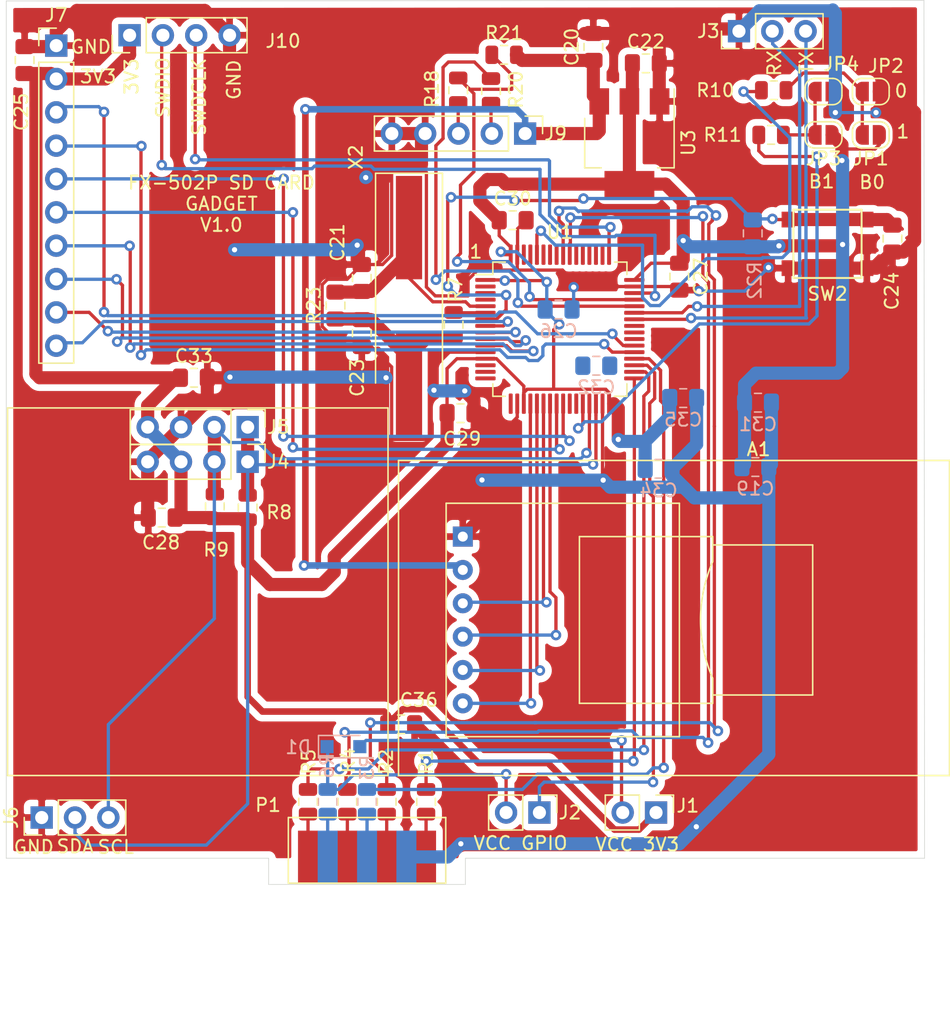
<source format=kicad_pcb>
(kicad_pcb (version 20171130) (host pcbnew 5.1.6-c6e7f7d~86~ubuntu16.04.1)
  (layers (0 F.Cu signal) (31 B.Cu signal) (34 B.Paste user) (35 F.Paste user) (36 B.SilkS user) (37 F.SilkS user) (38 B.Mask user) (39 F.Mask user) (44 Edge.Cuts user))
  (net 0 "")
  (net 1 SD_CS)
  (net 2 SD_CLK)
  (net 3 SD_MOSI)
  (net 4 SD_MISO)
  (net 5 +5V)
  (net 6 CALC_GND)
  (net 7 +3V3)
  (net 8 OSCI)
  (net 9 OSCO)
  (net 10 NRST)
  (net 11 "Net-(D1-Pad2)")
  (net 12 TX)
  (net 13 RX)
  (net 14 SCL)
  (net 15 SDA)
  (net 16 SWDCLK)
  (net 17 SWDIO)
  (net 18 CALC_CE)
  (net 19 CALC_D3)
  (net 20 CALC_CONT)
  (net 21 CALC_OP)
  (net 22 CALC_SP)
  (net 23 "Net-(R7-Pad2)")
  (net 24 BOOT0)
  (net 25 PA12)
  (net 26 BOOT1)
  (net 27 PA11)
  (net 28 "Net-(P1-Pad7)")
  (net 29 "Net-(P1-Pad5)")
  (net 30 "Net-(P1-Pad4)")
  (net 31 "Net-(P1-Pad3)")
  (net 32 "Net-(P1-Pad2)")
  (net 33 "Net-(P1-Pad1)")
  (net 34 "Net-(J9-Pad3)")
  (net 35 "Net-(J9-Pad2)")
  (net 36 "Net-(JP1-Pad2)")
  (net 37 "Net-(JP3-Pad2)")
  (net 38 CALC_VCC_GPIO)
  (net 39 "Net-(J7-Pad10)")
  (net 40 "Net-(J7-Pad9)")
  (net 41 "Net-(J7-Pad8)")
  (net 42 "Net-(J7-Pad7)")
  (net 43 "Net-(J7-Pad6)")
  (net 44 "Net-(J7-Pad5)")
  (net 45 "Net-(J7-Pad4)")
  (net 46 "Net-(J7-Pad3)")
  (net 47 "Net-(D1-Pad1)")
  (module Resistor_SMD:R_0805_2012Metric_Pad1.15x1.40mm_HandSolder (layer B.Cu) (at 56.9 52.4 90)
    (fp_text reference R22 (at -3.6 0.15 270) (layer B.SilkS) (effects (justify mirror)))
    (fp_text value 10k)
    (pad 2 smd roundrect (at 1.025 0 90) (size 1.15 1.4) (layers B.Cu B.Paste B.Mask) (roundrect_rratio 0.217391) (net 10 NRST))
    (pad 1 smd roundrect (at -1.025 0 90) (size 1.15 1.4) (layers B.Cu B.Paste B.Mask) (roundrect_rratio 0.217391) (net 7 +3V3))
  )
  (module Diode_SMD:D_SOD-323_HandSoldering (layer B.Cu) (at 25.7 91.5)
    (fp_text reference D1 (at -3.45 0.05) (layer B.SilkS) (effects (justify mirror)))
    (fp_text value D)
    (pad 2 smd rect (at 1.25 0) (size 1 1) (layers B.Cu B.Paste B.Mask) (net 11 "Net-(D1-Pad2)"))
    (pad 1 smd rect (at -1.25 0) (size 1 1) (layers B.Cu B.Paste B.Mask) (net 47 "Net-(D1-Pad1)"))
  )
  (module Connector_PinHeader_2.54mm:PinHeader_1x10_P2.54mm_Vertical (layer F.Cu) (at 3.81 38.1)
    (fp_text reference J7 (at 0 -2.33) (layer F.SilkS))
    (fp_text value Conn_01x10_Female)
    (pad 10 thru_hole oval (at 0 22.86) (size 1.7 1.7) (drill 1) (layers *.Cu *.Mask) (net 39 "Net-(J7-Pad10)"))
    (pad 9 thru_hole oval (at 0 20.32) (size 1.7 1.7) (drill 1) (layers *.Cu *.Mask) (net 40 "Net-(J7-Pad9)"))
    (pad 8 thru_hole oval (at 0 17.78) (size 1.7 1.7) (drill 1) (layers *.Cu *.Mask) (net 41 "Net-(J7-Pad8)"))
    (pad 7 thru_hole oval (at 0 15.24) (size 1.7 1.7) (drill 1) (layers *.Cu *.Mask) (net 42 "Net-(J7-Pad7)"))
    (pad 6 thru_hole oval (at 0 12.7) (size 1.7 1.7) (drill 1) (layers *.Cu *.Mask) (net 43 "Net-(J7-Pad6)"))
    (pad 5 thru_hole oval (at 0 10.16) (size 1.7 1.7) (drill 1) (layers *.Cu *.Mask) (net 44 "Net-(J7-Pad5)"))
    (pad 4 thru_hole oval (at 0 7.62) (size 1.7 1.7) (drill 1) (layers *.Cu *.Mask) (net 45 "Net-(J7-Pad4)"))
    (pad 3 thru_hole oval (at 0 5.08) (size 1.7 1.7) (drill 1) (layers *.Cu *.Mask) (net 46 "Net-(J7-Pad3)"))
    (pad 2 thru_hole oval (at 0 2.54) (size 1.7 1.7) (drill 1) (layers *.Cu *.Mask) (net 7 +3V3))
    (pad 1 thru_hole rect (at 0 0) (size 1.7 1.7) (drill 1) (layers *.Cu *.Mask) (net 6 CALC_GND))
  )
  (module Resistor_SMD:R_0805_2012Metric (layer F.Cu) (at 58.3 44.9)
    (fp_text reference R11 (at -3.7 0) (layer F.SilkS))
    (fp_text value 10k)
    (pad 2 smd roundrect (at 0.9375 0) (size 0.975 1.4) (layers F.Cu F.Paste F.Mask) (net 37 "Net-(JP3-Pad2)"))
    (pad 1 smd roundrect (at -0.9375 0) (size 0.975 1.4) (layers F.Cu F.Paste F.Mask) (net 26 BOOT1))
  )
  (module Resistor_SMD:R_0805_2012Metric (layer F.Cu) (at 58.5 41.5)
    (fp_text reference R10 (at -4.45 0) (layer F.SilkS))
    (fp_text value 10k)
    (pad 2 smd roundrect (at 0.9375 0) (size 0.975 1.4) (layers F.Cu F.Paste F.Mask) (net 36 "Net-(JP1-Pad2)"))
    (pad 1 smd roundrect (at -0.9375 0) (size 0.975 1.4) (layers F.Cu F.Paste F.Mask) (net 24 BOOT0))
  )
  (module Jumper:SolderJumper-2_P1.3mm_Open_RoundedPad1.0x1.5mm (layer F.Cu) (at 62.3 41.6 180)
    (fp_text reference JP4 (at -1.35 2.1) (layer F.SilkS))
    (fp_text value Jumper)
    (pad 2 smd custom (at 0.65 0 180) (size 1 0.5) (layers F.Cu F.Mask) (net 37 "Net-(JP3-Pad2)") (options (clearance outline) (anchor rect)) (primitives (gr_circle (center 0 0.25) (end 0.5 0.25) (width 0)) (gr_circle (center 0 -0.25) (end 0.5 -0.25) (width 0)) (gr_poly (pts (xy 0 -0.75) (xy -0.5 -0.75) (xy -0.5 0.75) (xy 0 0.75)) (width 0))))
    (pad 1 smd custom (at -0.65 0 180) (size 1 0.5) (layers F.Cu F.Mask) (net 6 CALC_GND) (options (clearance outline) (anchor rect)) (primitives (gr_circle (center 0 0.25) (end 0.5 0.25) (width 0)) (gr_circle (center 0 -0.25) (end 0.5 -0.25) (width 0)) (gr_poly (pts (xy 0 -0.75) (xy 0.5 -0.75) (xy 0.5 0.75) (xy 0 0.75)) (width 0))))
  )
  (module Jumper:SolderJumper-2_P1.3mm_Open_RoundedPad1.0x1.5mm (layer F.Cu) (at 62.3 44.9 180)
    (fp_text reference JP3 (at 0 -1.8) (layer F.SilkS))
    (fp_text value Jumper)
    (pad 2 smd custom (at 0.65 0 180) (size 1 0.5) (layers F.Cu F.Mask) (net 37 "Net-(JP3-Pad2)") (options (clearance outline) (anchor rect)) (primitives (gr_circle (center 0 0.25) (end 0.5 0.25) (width 0)) (gr_circle (center 0 -0.25) (end 0.5 -0.25) (width 0)) (gr_poly (pts (xy 0 -0.75) (xy -0.5 -0.75) (xy -0.5 0.75) (xy 0 0.75)) (width 0))))
    (pad 1 smd custom (at -0.65 0 180) (size 1 0.5) (layers F.Cu F.Mask) (net 7 +3V3) (options (clearance outline) (anchor rect)) (primitives (gr_circle (center 0 0.25) (end 0.5 0.25) (width 0)) (gr_circle (center 0 -0.25) (end 0.5 -0.25) (width 0)) (gr_poly (pts (xy 0 -0.75) (xy 0.5 -0.75) (xy 0.5 0.75) (xy 0 0.75)) (width 0))))
  )
  (module Jumper:SolderJumper-2_P1.3mm_Open_RoundedPad1.0x1.5mm (layer F.Cu) (at 65.9 41.6 180)
    (fp_text reference JP2 (at -1.15 1.95) (layer F.SilkS))
    (fp_text value Jumper)
    (pad 2 smd custom (at 0.65 0 180) (size 1 0.5) (layers F.Cu F.Mask) (net 36 "Net-(JP1-Pad2)") (options (clearance outline) (anchor rect)) (primitives (gr_circle (center 0 0.25) (end 0.5 0.25) (width 0)) (gr_circle (center 0 -0.25) (end 0.5 -0.25) (width 0)) (gr_poly (pts (xy 0 -0.75) (xy -0.5 -0.75) (xy -0.5 0.75) (xy 0 0.75)) (width 0))))
    (pad 1 smd custom (at -0.65 0 180) (size 1 0.5) (layers F.Cu F.Mask) (net 6 CALC_GND) (options (clearance outline) (anchor rect)) (primitives (gr_circle (center 0 0.25) (end 0.5 0.25) (width 0)) (gr_circle (center 0 -0.25) (end 0.5 -0.25) (width 0)) (gr_poly (pts (xy 0 -0.75) (xy 0.5 -0.75) (xy 0.5 0.75) (xy 0 0.75)) (width 0))))
  )
  (module Jumper:SolderJumper-2_P1.3mm_Open_RoundedPad1.0x1.5mm (layer F.Cu) (at 65.9 44.9 180)
    (fp_text reference JP1 (at 0 -1.8) (layer F.SilkS))
    (fp_text value Jumper)
    (pad 2 smd custom (at 0.65 0 180) (size 1 0.5) (layers F.Cu F.Mask) (net 36 "Net-(JP1-Pad2)") (options (clearance outline) (anchor rect)) (primitives (gr_circle (center 0 0.25) (end 0.5 0.25) (width 0)) (gr_circle (center 0 -0.25) (end 0.5 -0.25) (width 0)) (gr_poly (pts (xy 0 -0.75) (xy -0.5 -0.75) (xy -0.5 0.75) (xy 0 0.75)) (width 0))))
    (pad 1 smd custom (at -0.65 0 180) (size 1 0.5) (layers F.Cu F.Mask) (net 7 +3V3) (options (clearance outline) (anchor rect)) (primitives (gr_circle (center 0 0.25) (end 0.5 0.25) (width 0)) (gr_circle (center 0 -0.25) (end 0.5 -0.25) (width 0)) (gr_poly (pts (xy 0 -0.75) (xy 0.5 -0.75) (xy 0.5 0.75) (xy 0 0.75)) (width 0))))
  )
  (module Connector_PinHeader_2.54mm:PinHeader_1x03_P2.54mm_Vertical (layer F.Cu) (at 2.7 96.9 90)
    (fp_text reference J6 (at 0 -2.33 90) (layer F.SilkS))
    (fp_text value Conn_01x03_Female)
    (pad 3 thru_hole oval (at 0 5.08 90) (size 1.7 1.7) (drill 1) (layers *.Cu *.Mask) (net 14 SCL))
    (pad 2 thru_hole oval (at 0 2.54 90) (size 1.7 1.7) (drill 1) (layers *.Cu *.Mask) (net 15 SDA))
    (pad 1 thru_hole rect (at 0 0 90) (size 1.7 1.7) (drill 1) (layers *.Cu *.Mask) (net 6 CALC_GND))
  )
  (module Crystal:Crystal_SMD_HC49-SD_HandSoldering (layer F.Cu) (at 30.7 57.9 270)
    (fp_text reference X2 (at -11.3 4.05 90) (layer F.SilkS))
    (fp_text value 8MHz)
    (pad 2 smd rect (at 5.9375 0 270) (size 7.875 2) (layers F.Cu F.Paste F.Mask) (net 9 OSCO))
    (pad 1 smd rect (at -5.9375 0 270) (size 7.875 2) (layers F.Cu F.Paste F.Mask) (net 8 OSCI))
  )
  (module Package_TO_SOT_SMD:SOT-223-3_TabPin2 (layer F.Cu) (at 47.5 45.5 270)
    (fp_text reference U3 (at 0 -4.5 90) (layer F.SilkS))
    (fp_text value AMS1117-3.3)
    (pad 1 smd rect (at -3.15 -2.3 270) (size 2 1.5) (layers F.Cu F.Paste F.Mask) (net 6 CALC_GND))
    (pad 3 smd rect (at -3.15 2.3 270) (size 2 1.5) (layers F.Cu F.Paste F.Mask) (net 5 +5V))
    (pad 2 smd rect (at -3.15 0 270) (size 2 1.5) (layers F.Cu F.Paste F.Mask) (net 7 +3V3))
    (pad 2 smd rect (at 3.15 0 270) (size 2 3.8) (layers F.Cu F.Paste F.Mask) (net 7 +3V3))
  )
  (module Package_QFP:LQFP-64_10x10mm_P0.5mm (layer F.Cu) (at 42.2 59.7)
    (fp_text reference U1 (at 0 -7.4) (layer F.SilkS))
    (fp_text value STM32F103RGTx)
    (pad 64 smd roundrect (at -3.75 -5.675) (size 0.3 1.55) (layers F.Cu F.Paste F.Mask) (net 7 +3V3))
    (pad 63 smd roundrect (at -3.25 -5.675) (size 0.3 1.55) (layers F.Cu F.Paste F.Mask) (net 6 CALC_GND))
    (pad 62 smd roundrect (at -2.75 -5.675) (size 0.3 1.55) (layers F.Cu F.Paste F.Mask))
    (pad 61 smd roundrect (at -2.25 -5.675) (size 0.3 1.55) (layers F.Cu F.Paste F.Mask))
    (pad 60 smd roundrect (at -1.75 -5.675) (size 0.3 1.55) (layers F.Cu F.Paste F.Mask) (net 24 BOOT0))
    (pad 59 smd roundrect (at -1.25 -5.675) (size 0.3 1.55) (layers F.Cu F.Paste F.Mask))
    (pad 58 smd roundrect (at -0.75 -5.675) (size 0.3 1.55) (layers F.Cu F.Paste F.Mask))
    (pad 57 smd roundrect (at -0.25 -5.675) (size 0.3 1.55) (layers F.Cu F.Paste F.Mask))
    (pad 56 smd roundrect (at 0.25 -5.675) (size 0.3 1.55) (layers F.Cu F.Paste F.Mask) (net 21 CALC_OP))
    (pad 55 smd roundrect (at 0.75 -5.675) (size 0.3 1.55) (layers F.Cu F.Paste F.Mask) (net 19 CALC_D3))
    (pad 54 smd roundrect (at 1.25 -5.675) (size 0.3 1.55) (layers F.Cu F.Paste F.Mask))
    (pad 53 smd roundrect (at 1.75 -5.675) (size 0.3 1.55) (layers F.Cu F.Paste F.Mask))
    (pad 52 smd roundrect (at 2.25 -5.675) (size 0.3 1.55) (layers F.Cu F.Paste F.Mask))
    (pad 51 smd roundrect (at 2.75 -5.675) (size 0.3 1.55) (layers F.Cu F.Paste F.Mask))
    (pad 50 smd roundrect (at 3.25 -5.675) (size 0.3 1.55) (layers F.Cu F.Paste F.Mask))
    (pad 49 smd roundrect (at 3.75 -5.675) (size 0.3 1.55) (layers F.Cu F.Paste F.Mask) (net 16 SWDCLK))
    (pad 48 smd roundrect (at 5.675 -3.75) (size 1.55 0.3) (layers F.Cu F.Paste F.Mask) (net 7 +3V3))
    (pad 47 smd roundrect (at 5.675 -3.25) (size 1.55 0.3) (layers F.Cu F.Paste F.Mask) (net 6 CALC_GND))
    (pad 46 smd roundrect (at 5.675 -2.75) (size 1.55 0.3) (layers F.Cu F.Paste F.Mask) (net 17 SWDIO))
    (pad 45 smd roundrect (at 5.675 -2.25) (size 1.55 0.3) (layers F.Cu F.Paste F.Mask) (net 25 PA12))
    (pad 44 smd roundrect (at 5.675 -1.75) (size 1.55 0.3) (layers F.Cu F.Paste F.Mask) (net 27 PA11))
    (pad 43 smd roundrect (at 5.675 -1.25) (size 1.55 0.3) (layers F.Cu F.Paste F.Mask) (net 13 RX))
    (pad 42 smd roundrect (at 5.675 -0.75) (size 1.55 0.3) (layers F.Cu F.Paste F.Mask) (net 12 TX))
    (pad 41 smd roundrect (at 5.675 -0.25) (size 1.55 0.3) (layers F.Cu F.Paste F.Mask))
    (pad 40 smd roundrect (at 5.675 0.25) (size 1.55 0.3) (layers F.Cu F.Paste F.Mask))
    (pad 39 smd roundrect (at 5.675 0.75) (size 1.55 0.3) (layers F.Cu F.Paste F.Mask))
    (pad 38 smd roundrect (at 5.675 1.25) (size 1.55 0.3) (layers F.Cu F.Paste F.Mask) (net 46 "Net-(J7-Pad3)"))
    (pad 37 smd roundrect (at 5.675 1.75) (size 1.55 0.3) (layers F.Cu F.Paste F.Mask) (net 45 "Net-(J7-Pad4)"))
    (pad 36 smd roundrect (at 5.675 2.25) (size 1.55 0.3) (layers F.Cu F.Paste F.Mask) (net 20 CALC_CONT))
    (pad 35 smd roundrect (at 5.675 2.75) (size 1.55 0.3) (layers F.Cu F.Paste F.Mask) (net 38 CALC_VCC_GPIO))
    (pad 34 smd roundrect (at 5.675 3.25) (size 1.55 0.3) (layers F.Cu F.Paste F.Mask) (net 18 CALC_CE))
    (pad 33 smd roundrect (at 5.675 3.75) (size 1.55 0.3) (layers F.Cu F.Paste F.Mask) (net 22 CALC_SP))
    (pad 32 smd roundrect (at 3.75 5.675) (size 0.3 1.55) (layers F.Cu F.Paste F.Mask) (net 7 +3V3))
    (pad 31 smd roundrect (at 3.25 5.675) (size 0.3 1.55) (layers F.Cu F.Paste F.Mask) (net 6 CALC_GND))
    (pad 30 smd roundrect (at 2.75 5.675) (size 0.3 1.55) (layers F.Cu F.Paste F.Mask) (net 15 SDA))
    (pad 29 smd roundrect (at 2.25 5.675) (size 0.3 1.55) (layers F.Cu F.Paste F.Mask) (net 14 SCL))
    (pad 28 smd roundrect (at 1.75 5.675) (size 0.3 1.55) (layers F.Cu F.Paste F.Mask) (net 26 BOOT1))
    (pad 27 smd roundrect (at 1.25 5.675) (size 0.3 1.55) (layers F.Cu F.Paste F.Mask))
    (pad 26 smd roundrect (at 0.75 5.675) (size 0.3 1.55) (layers F.Cu F.Paste F.Mask))
    (pad 25 smd roundrect (at 0.25 5.675) (size 0.3 1.55) (layers F.Cu F.Paste F.Mask) (net 44 "Net-(J7-Pad5)"))
    (pad 24 smd roundrect (at -0.25 5.675) (size 0.3 1.55) (layers F.Cu F.Paste F.Mask) (net 43 "Net-(J7-Pad6)"))
    (pad 23 smd roundrect (at -0.75 5.675) (size 0.3 1.55) (layers F.Cu F.Paste F.Mask) (net 3 SD_MOSI))
    (pad 22 smd roundrect (at -1.25 5.675) (size 0.3 1.55) (layers F.Cu F.Paste F.Mask) (net 4 SD_MISO))
    (pad 21 smd roundrect (at -1.75 5.675) (size 0.3 1.55) (layers F.Cu F.Paste F.Mask) (net 2 SD_CLK))
    (pad 20 smd roundrect (at -2.25 5.675) (size 0.3 1.55) (layers F.Cu F.Paste F.Mask) (net 1 SD_CS))
    (pad 19 smd roundrect (at -2.75 5.675) (size 0.3 1.55) (layers F.Cu F.Paste F.Mask) (net 7 +3V3))
    (pad 18 smd roundrect (at -3.25 5.675) (size 0.3 1.55) (layers F.Cu F.Paste F.Mask) (net 6 CALC_GND))
    (pad 17 smd roundrect (at -3.75 5.675) (size 0.3 1.55) (layers F.Cu F.Paste F.Mask))
    (pad 16 smd roundrect (at -5.675 3.75) (size 1.55 0.3) (layers F.Cu F.Paste F.Mask))
    (pad 15 smd roundrect (at -5.675 3.25) (size 1.55 0.3) (layers F.Cu F.Paste F.Mask))
    (pad 14 smd roundrect (at -5.675 2.75) (size 1.55 0.3) (layers F.Cu F.Paste F.Mask))
    (pad 13 smd roundrect (at -5.675 2.25) (size 1.55 0.3) (layers F.Cu F.Paste F.Mask) (net 7 +3V3))
    (pad 12 smd roundrect (at -5.675 1.75) (size 1.55 0.3) (layers F.Cu F.Paste F.Mask) (net 6 CALC_GND))
    (pad 11 smd roundrect (at -5.675 1.25) (size 1.55 0.3) (layers F.Cu F.Paste F.Mask) (net 42 "Net-(J7-Pad7)"))
    (pad 10 smd roundrect (at -5.675 0.75) (size 1.55 0.3) (layers F.Cu F.Paste F.Mask) (net 41 "Net-(J7-Pad8)"))
    (pad 9 smd roundrect (at -5.675 0.25) (size 1.55 0.3) (layers F.Cu F.Paste F.Mask) (net 40 "Net-(J7-Pad9)"))
    (pad 8 smd roundrect (at -5.675 -0.25) (size 1.55 0.3) (layers F.Cu F.Paste F.Mask) (net 39 "Net-(J7-Pad10)"))
    (pad 7 smd roundrect (at -5.675 -0.75) (size 1.55 0.3) (layers F.Cu F.Paste F.Mask) (net 10 NRST))
    (pad 6 smd roundrect (at -5.675 -1.25) (size 1.55 0.3) (layers F.Cu F.Paste F.Mask) (net 23 "Net-(R7-Pad2)"))
    (pad 5 smd roundrect (at -5.675 -1.75) (size 1.55 0.3) (layers F.Cu F.Paste F.Mask) (net 8 OSCI))
    (pad 4 smd roundrect (at -5.675 -2.25) (size 1.55 0.3) (layers F.Cu F.Paste F.Mask))
    (pad 3 smd roundrect (at -5.675 -2.75) (size 1.55 0.3) (layers F.Cu F.Paste F.Mask))
    (pad 2 smd roundrect (at -5.675 -3.25) (size 1.55 0.3) (layers F.Cu F.Paste F.Mask))
    (pad 1 smd roundrect (at -5.675 -3.75) (size 1.55 0.3) (layers F.Cu F.Paste F.Mask) (net 7 +3V3))
  )
  (module BP:SMD_BUTTON (layer F.Cu) (at 62.6 53.2)
    (fp_text reference SW2 (at 0 3.81) (layer F.SilkS))
    (fp_text value Switch_SW_SPST)
    (pad 1 smd rect (at 3 -1.85) (size 1 1.2) (layers F.Cu F.Paste F.Mask) (net 10 NRST))
    (pad 2 smd rect (at 3 1.85) (size 1 1.2) (layers F.Cu F.Paste F.Mask) (net 6 CALC_GND))
    (pad 2 smd rect (at -3 1.85) (size 1 1.2) (layers F.Cu F.Paste F.Mask) (net 6 CALC_GND))
    (pad 1 smd rect (at -3 -1.85) (size 1 1.2) (layers F.Cu F.Paste F.Mask) (net 10 NRST))
  )
  (module Resistor_SMD:R_0805_2012Metric_Pad1.15x1.40mm_HandSolder (layer F.Cu) (at 25.1 57.9 90)
    (fp_text reference R23 (at 0 -1.65 90) (layer F.SilkS))
    (fp_text value 1M)
    (pad 2 smd roundrect (at 1.025 0 90) (size 1.15 1.4) (layers F.Cu F.Paste F.Mask) (roundrect_rratio 0.217391) (net 8 OSCI))
    (pad 1 smd roundrect (at -1.025 0 90) (size 1.15 1.4) (layers F.Cu F.Paste F.Mask) (roundrect_rratio 0.217391) (net 9 OSCO))
  )
  (module Resistor_SMD:R_0805_2012Metric (layer F.Cu) (at 37.95 38.8)
    (fp_text reference R21 (at 0 -1.65) (layer F.SilkS))
    (fp_text value 4k7)
    (pad 2 smd roundrect (at 0.9375 0) (size 0.975 1.4) (layers F.Cu F.Paste F.Mask) (net 5 +5V))
    (pad 1 smd roundrect (at -0.9375 0) (size 0.975 1.4) (layers F.Cu F.Paste F.Mask) (net 25 PA12))
  )
  (module Resistor_SMD:R_0805_2012Metric (layer F.Cu) (at 36.95 41.55 270)
    (fp_text reference R20 (at -0.1 -1.9 90) (layer F.SilkS))
    (fp_text value 20R)
    (pad 2 smd roundrect (at 0.9375 0 270) (size 0.975 1.4) (layers F.Cu F.Paste F.Mask) (net 35 "Net-(J9-Pad2)"))
    (pad 1 smd roundrect (at -0.9375 0 270) (size 0.975 1.4) (layers F.Cu F.Paste F.Mask) (net 27 PA11))
  )
  (module Resistor_SMD:R_0805_2012Metric (layer F.Cu) (at 34.45 41.5 270)
    (fp_text reference R18 (at -0.1 2 90) (layer F.SilkS))
    (fp_text value 20R)
    (pad 2 smd roundrect (at 0.9375 0 270) (size 0.975 1.4) (layers F.Cu F.Paste F.Mask) (net 34 "Net-(J9-Pad3)"))
    (pad 1 smd roundrect (at -0.9375 0 270) (size 0.975 1.4) (layers F.Cu F.Paste F.Mask) (net 25 PA12))
  )
  (module Resistor_SMD:R_0805_2012Metric (layer F.Cu) (at 15.9 73.2 90)
    (fp_text reference R9 (at -3.3 0.1 180) (layer F.SilkS))
    (fp_text value 4k7)
    (pad 2 smd roundrect (at 0.9375 0 90) (size 0.975 1.4) (layers F.Cu F.Paste F.Mask) (net 14 SCL))
    (pad 1 smd roundrect (at -0.9375 0 90) (size 0.975 1.4) (layers F.Cu F.Paste F.Mask) (net 7 +3V3))
  )
  (module Resistor_SMD:R_0805_2012Metric (layer F.Cu) (at 18.4 73.2875 90)
    (fp_text reference R8 (at -0.3625 2.4 180) (layer F.SilkS))
    (fp_text value 4k7)
    (pad 2 smd roundrect (at 0.9375 0 90) (size 0.975 1.4) (layers F.Cu F.Paste F.Mask) (net 15 SDA))
    (pad 1 smd roundrect (at -0.9375 0 90) (size 0.975 1.4) (layers F.Cu F.Paste F.Mask) (net 7 +3V3))
  )
  (module Resistor_SMD:R_0805_2012Metric (layer F.Cu) (at 34.1 59.3625 90)
    (fp_text reference R7 (at 2.6625 0.15 90) (layer F.SilkS))
    (fp_text value 390R)
    (pad 2 smd roundrect (at 0.9375 0 90) (size 0.975 1.4) (layers F.Cu F.Paste F.Mask) (net 23 "Net-(R7-Pad2)"))
    (pad 1 smd roundrect (at -0.9375 0 90) (size 0.975 1.4) (layers F.Cu F.Paste F.Mask) (net 9 OSCO))
  )
  (module Resistor_SMD:R_0805_2012Metric (layer B.Cu) (at 24.5 95.7 270)
    (fp_text reference R6 (at -2.75 0.05 270) (layer B.SilkS) (effects (justify mirror)))
    (fp_text value R_Small)
    (pad 2 smd roundrect (at 0.9375 0 270) (size 0.975 1.4) (layers B.Cu B.Paste B.Mask) (net 32 "Net-(P1-Pad2)"))
    (pad 1 smd roundrect (at -0.9375 0 270) (size 0.975 1.4) (layers B.Cu B.Paste B.Mask) (net 47 "Net-(D1-Pad1)"))
  )
  (module Resistor_SMD:R_0805_2012Metric (layer F.Cu) (at 23 95.7 270)
    (fp_text reference R5 (at -3.05 -0.05 90) (layer F.SilkS))
    (fp_text value R_Small)
    (pad 2 smd roundrect (at 0.9375 0 270) (size 0.975 1.4) (layers F.Cu F.Paste F.Mask) (net 33 "Net-(P1-Pad1)"))
    (pad 1 smd roundrect (at -0.9375 0 270) (size 0.975 1.4) (layers F.Cu F.Paste F.Mask) (net 18 CALC_CE))
  )
  (module Resistor_SMD:R_0805_2012Metric (layer F.Cu) (at 26 95.7 270)
    (fp_text reference R4 (at -3.15 -0.05 90) (layer F.SilkS))
    (fp_text value R_Small)
    (pad 2 smd roundrect (at 0.9375 0 270) (size 0.975 1.4) (layers F.Cu F.Paste F.Mask) (net 31 "Net-(P1-Pad3)"))
    (pad 1 smd roundrect (at -0.9375 0 270) (size 0.975 1.4) (layers F.Cu F.Paste F.Mask) (net 19 CALC_D3))
  )
  (module Resistor_SMD:R_0805_2012Metric (layer B.Cu) (at 27.5 95.7 270)
    (fp_text reference R3 (at -2.6 0 270) (layer B.SilkS) (effects (justify mirror)))
    (fp_text value R_Small)
    (pad 2 smd roundrect (at 0.9375 0 270) (size 0.975 1.4) (layers B.Cu B.Paste B.Mask) (net 30 "Net-(P1-Pad4)"))
    (pad 1 smd roundrect (at -0.9375 0 270) (size 0.975 1.4) (layers B.Cu B.Paste B.Mask) (net 20 CALC_CONT))
  )
  (module Resistor_SMD:R_0805_2012Metric (layer F.Cu) (at 29 95.7 270)
    (fp_text reference R2 (at -3.05 0.05 90) (layer F.SilkS))
    (fp_text value R_Small)
    (pad 2 smd roundrect (at 0.9375 0 270) (size 0.975 1.4) (layers F.Cu F.Paste F.Mask) (net 29 "Net-(P1-Pad5)"))
    (pad 1 smd roundrect (at -0.9375 0 270) (size 0.975 1.4) (layers F.Cu F.Paste F.Mask) (net 21 CALC_OP))
  )
  (module Resistor_SMD:R_0805_2012Metric (layer F.Cu) (at 32 95.7 270)
    (fp_text reference R1 (at -3.05 0 90) (layer F.SilkS))
    (fp_text value R_Small)
    (pad 2 smd roundrect (at 0.9375 0 270) (size 0.975 1.4) (layers F.Cu F.Paste F.Mask) (net 28 "Net-(P1-Pad7)"))
    (pad 1 smd roundrect (at -0.9375 0 270) (size 0.975 1.4) (layers F.Cu F.Paste F.Mask) (net 22 CALC_SP))
  )
  (module ajm_kicad:expansion_fx502p (layer F.Cu) (at 27 97.4)
    (fp_text reference P1 (at -7.05 -1.45) (layer F.SilkS))
    (fp_text value Expansion)
    (pad 7 connect rect (at 5 2.5) (size 1.524 4) (layers F.Cu F.Mask) (net 28 "Net-(P1-Pad7)"))
    (pad 6 connect rect (at 3.5 2.5) (size 1.524 4) (layers B.Cu B.Mask) (net 6 CALC_GND))
    (pad 5 connect rect (at 2 2.5) (size 1.524 4) (layers F.Cu F.Mask) (net 29 "Net-(P1-Pad5)"))
    (pad 4 connect rect (at 0.5 2.5) (size 1.524 4) (layers B.Cu B.Mask) (net 30 "Net-(P1-Pad4)"))
    (pad 3 connect rect (at -1 2.5) (size 1.524 4) (layers F.Cu F.Mask) (net 31 "Net-(P1-Pad3)"))
    (pad 2 connect rect (at -2.5 2.5) (size 1.524 4) (layers B.Cu B.Mask) (net 32 "Net-(P1-Pad2)"))
    (pad 1 connect rect (at -4 2.5) (size 1.524 4) (layers F.Cu F.Mask) (net 33 "Net-(P1-Pad1)"))
  )
  (module Connector_PinHeader_2.54mm:PinHeader_1x04_P2.54mm_Vertical (layer F.Cu) (at 9.4 37.31 90)
    (fp_text reference J10 (at -0.44 11.7 180) (layer F.SilkS))
    (fp_text value Conn_01x04)
    (pad 4 thru_hole oval (at 0 7.62 90) (size 1.7 1.7) (drill 1) (layers *.Cu *.Mask) (net 6 CALC_GND))
    (pad 3 thru_hole oval (at 0 5.08 90) (size 1.7 1.7) (drill 1) (layers *.Cu *.Mask) (net 16 SWDCLK))
    (pad 2 thru_hole oval (at 0 2.54 90) (size 1.7 1.7) (drill 1) (layers *.Cu *.Mask) (net 17 SWDIO))
    (pad 1 thru_hole rect (at 0 0 90) (size 1.7 1.7) (drill 1) (layers *.Cu *.Mask) (net 7 +3V3))
  )
  (module Connector_PinHeader_2.54mm:PinHeader_1x05_P2.54mm_Vertical (layer F.Cu) (at 39.55 44.8 270)
    (fp_text reference J9 (at 0 -2.33 180) (layer F.SilkS))
    (fp_text value Conn_01x05)
    (pad 5 thru_hole oval (at 0 10.16 270) (size 1.7 1.7) (drill 1) (layers *.Cu *.Mask) (net 6 CALC_GND))
    (pad 4 thru_hole oval (at 0 7.62 270) (size 1.7 1.7) (drill 1) (layers *.Cu *.Mask) (net 6 CALC_GND))
    (pad 3 thru_hole oval (at 0 5.08 270) (size 1.7 1.7) (drill 1) (layers *.Cu *.Mask) (net 34 "Net-(J9-Pad3)"))
    (pad 2 thru_hole oval (at 0 2.54 270) (size 1.7 1.7) (drill 1) (layers *.Cu *.Mask) (net 35 "Net-(J9-Pad2)"))
    (pad 1 thru_hole rect (at 0 0 270) (size 1.7 1.7) (drill 1) (layers *.Cu *.Mask) (net 5 +5V))
  )
  (module Connector_PinHeader_2.54mm:PinHeader_1x04_P2.54mm_Vertical (layer F.Cu) (at 18.4 67.16 270)
    (fp_text reference J5 (at 0 -2.33 180) (layer F.SilkS))
    (fp_text value Conn_01x04_Male)
    (pad 4 thru_hole oval (at 0 7.62 270) (size 1.7 1.7) (drill 1) (layers *.Cu *.Mask) (net 7 +3V3))
    (pad 3 thru_hole oval (at 0 5.08 270) (size 1.7 1.7) (drill 1) (layers *.Cu *.Mask) (net 6 CALC_GND))
    (pad 2 thru_hole oval (at 0 2.54 270) (size 1.7 1.7) (drill 1) (layers *.Cu *.Mask) (net 14 SCL))
    (pad 1 thru_hole rect (at 0 0 270) (size 1.7 1.7) (drill 1) (layers *.Cu *.Mask) (net 15 SDA))
  )
  (module Connector_PinHeader_2.54mm:PinHeader_1x04_P2.54mm_Vertical (layer F.Cu) (at 18.4 69.8 270)
    (fp_text reference J4 (at 0 -2.33) (layer F.SilkS))
    (fp_text value Conn_01x04_Male)
    (pad 4 thru_hole oval (at 0 7.62 270) (size 1.7 1.7) (drill 1) (layers *.Cu *.Mask) (net 6 CALC_GND))
    (pad 3 thru_hole oval (at 0 5.08 270) (size 1.7 1.7) (drill 1) (layers *.Cu *.Mask) (net 7 +3V3))
    (pad 2 thru_hole oval (at 0 2.54 270) (size 1.7 1.7) (drill 1) (layers *.Cu *.Mask) (net 14 SCL))
    (pad 1 thru_hole rect (at 0 0 270) (size 1.7 1.7) (drill 1) (layers *.Cu *.Mask) (net 15 SDA))
  )
  (module Connector_PinHeader_2.54mm:PinHeader_1x03_P2.54mm_Vertical (layer F.Cu) (at 55.85 37 90)
    (fp_text reference J3 (at 0 -2.33 180) (layer F.SilkS))
    (fp_text value Conn_01x03_Female)
    (pad 3 thru_hole oval (at 0 5.08 90) (size 1.7 1.7) (drill 1) (layers *.Cu *.Mask) (net 12 TX))
    (pad 2 thru_hole oval (at 0 2.54 90) (size 1.7 1.7) (drill 1) (layers *.Cu *.Mask) (net 13 RX))
    (pad 1 thru_hole rect (at 0 0 90) (size 1.7 1.7) (drill 1) (layers *.Cu *.Mask) (net 6 CALC_GND))
  )
  (module Connector_PinHeader_2.54mm:PinHeader_1x02_P2.54mm_Vertical (layer F.Cu) (at 40.64 96.52 270)
    (fp_text reference J2 (at 0 -2.33 180) (layer F.SilkS))
    (fp_text value Conn_01x02_Male)
    (pad 2 thru_hole oval (at 0 2.54 270) (size 1.7 1.7) (drill 1) (layers *.Cu *.Mask) (net 47 "Net-(D1-Pad1)"))
    (pad 1 thru_hole rect (at 0 0 270) (size 1.7 1.7) (drill 1) (layers *.Cu *.Mask) (net 38 CALC_VCC_GPIO))
  )
  (module Connector_PinHeader_2.54mm:PinHeader_1x02_P2.54mm_Vertical (layer F.Cu) (at 49.53 96.52 270)
    (fp_text reference J1 (at -0.52 -2.42 180) (layer F.SilkS))
    (fp_text value Conn_01x02_Male)
    (pad 2 thru_hole oval (at 0 2.54 270) (size 1.7 1.7) (drill 1) (layers *.Cu *.Mask) (net 11 "Net-(D1-Pad2)"))
    (pad 1 thru_hole rect (at 0 0 270) (size 1.7 1.7) (drill 1) (layers *.Cu *.Mask) (net 7 +3V3))
  )
  (module Capacitor_SMD:C_0805_2012Metric_Pad1.15x1.40mm_HandSolder (layer F.Cu) (at 30.1 89.8)
    (fp_text reference C36 (at 1.35 -1.85) (layer F.SilkS))
    (fp_text value 100nF)
    (pad 2 smd roundrect (at 1.025 0) (size 1.15 1.4) (layers F.Cu F.Paste F.Mask) (roundrect_rratio 0.217391) (net 6 CALC_GND))
    (pad 1 smd roundrect (at -1.025 0) (size 1.15 1.4) (layers F.Cu F.Paste F.Mask) (roundrect_rratio 0.217391) (net 7 +3V3))
  )
  (module Capacitor_SMD:C_0805_2012Metric_Pad1.15x1.40mm_HandSolder (layer B.Cu) (at 51.6 64.95)
    (fp_text reference C35 (at 0 1.65) (layer B.SilkS) (effects (justify mirror)))
    (fp_text value 100nF)
    (pad 2 smd roundrect (at 1.025 0) (size 1.15 1.4) (layers B.Cu B.Paste B.Mask) (roundrect_rratio 0.217391) (net 6 CALC_GND))
    (pad 1 smd roundrect (at -1.025 0) (size 1.15 1.4) (layers B.Cu B.Paste B.Mask) (roundrect_rratio 0.217391) (net 7 +3V3))
  )
  (module Capacitor_SMD:C_0805_2012Metric_Pad1.15x1.40mm_HandSolder (layer B.Cu) (at 49.725001 70.335001)
    (fp_text reference C34 (at 0 1.65) (layer B.SilkS) (effects (justify mirror)))
    (fp_text value 100nF)
    (pad 2 smd roundrect (at 1.025 0) (size 1.15 1.4) (layers B.Cu B.Paste B.Mask) (roundrect_rratio 0.217391) (net 6 CALC_GND))
    (pad 1 smd roundrect (at -1.025 0) (size 1.15 1.4) (layers B.Cu B.Paste B.Mask) (roundrect_rratio 0.217391) (net 7 +3V3))
  )
  (module Capacitor_SMD:C_0805_2012Metric_Pad1.15x1.40mm_HandSolder (layer F.Cu) (at 14.3 63.4)
    (fp_text reference C33 (at 0 -1.65) (layer F.SilkS))
    (fp_text value 100nF)
    (pad 2 smd roundrect (at 1.025 0) (size 1.15 1.4) (layers F.Cu F.Paste F.Mask) (roundrect_rratio 0.217391) (net 6 CALC_GND))
    (pad 1 smd roundrect (at -1.025 0) (size 1.15 1.4) (layers F.Cu F.Paste F.Mask) (roundrect_rratio 0.217391) (net 7 +3V3))
  )
  (module Capacitor_SMD:C_0805_2012Metric_Pad1.15x1.40mm_HandSolder (layer B.Cu) (at 44.975001 62.485001)
    (fp_text reference C32 (at 0 1.65) (layer B.SilkS) (effects (justify mirror)))
    (fp_text value 100nF)
    (pad 2 smd roundrect (at 1.025 0) (size 1.15 1.4) (layers B.Cu B.Paste B.Mask) (roundrect_rratio 0.217391))
    (pad 1 smd roundrect (at -1.025 0) (size 1.15 1.4) (layers B.Cu B.Paste B.Mask) (roundrect_rratio 0.217391))
  )
  (module Capacitor_SMD:C_0805_2012Metric_Pad1.15x1.40mm_HandSolder (layer B.Cu) (at 57.3 65.3)
    (fp_text reference C31 (at 0 1.65) (layer B.SilkS) (effects (justify mirror)))
    (fp_text value 100nF)
    (pad 2 smd roundrect (at 1.025 0) (size 1.15 1.4) (layers B.Cu B.Paste B.Mask) (roundrect_rratio 0.217391) (net 6 CALC_GND))
    (pad 1 smd roundrect (at -1.025 0) (size 1.15 1.4) (layers B.Cu B.Paste B.Mask) (roundrect_rratio 0.217391) (net 7 +3V3))
  )
  (module Capacitor_SMD:C_0805_2012Metric_Pad1.15x1.40mm_HandSolder (layer F.Cu) (at 38.6 51.4)
    (fp_text reference C30 (at 0 -1.65) (layer F.SilkS))
    (fp_text value 100nF)
    (pad 2 smd roundrect (at 1.025 0) (size 1.15 1.4) (layers F.Cu F.Paste F.Mask) (roundrect_rratio 0.217391) (net 6 CALC_GND))
    (pad 1 smd roundrect (at -1.025 0) (size 1.15 1.4) (layers F.Cu F.Paste F.Mask) (roundrect_rratio 0.217391) (net 7 +3V3))
  )
  (module Capacitor_SMD:C_0805_2012Metric_Pad1.15x1.40mm_HandSolder (layer F.Cu) (at 34.625 66.1)
    (fp_text reference C29 (at 0.125 1.95) (layer F.SilkS))
    (fp_text value 100nF)
    (pad 2 smd roundrect (at 1.025 0) (size 1.15 1.4) (layers F.Cu F.Paste F.Mask) (roundrect_rratio 0.217391) (net 6 CALC_GND))
    (pad 1 smd roundrect (at -1.025 0) (size 1.15 1.4) (layers F.Cu F.Paste F.Mask) (roundrect_rratio 0.217391) (net 7 +3V3))
  )
  (module Capacitor_SMD:C_0805_2012Metric_Pad1.15x1.40mm_HandSolder (layer F.Cu) (at 11.85 74.05 180)
    (fp_text reference C28 (at 0.05 -1.9) (layer F.SilkS))
    (fp_text value 100nF)
    (pad 2 smd roundrect (at 1.025 0 180) (size 1.15 1.4) (layers F.Cu F.Paste F.Mask) (roundrect_rratio 0.217391) (net 6 CALC_GND))
    (pad 1 smd roundrect (at -1.025 0 180) (size 1.15 1.4) (layers F.Cu F.Paste F.Mask) (roundrect_rratio 0.217391) (net 7 +3V3))
  )
  (module Capacitor_SMD:C_0805_2012Metric_Pad1.15x1.40mm_HandSolder (layer F.Cu) (at 51.3 55.7 270)
    (fp_text reference C27 (at 0 -1.65 90) (layer F.SilkS))
    (fp_text value 100nF)
    (pad 2 smd roundrect (at 1.025 0 270) (size 1.15 1.4) (layers F.Cu F.Paste F.Mask) (roundrect_rratio 0.217391) (net 6 CALC_GND))
    (pad 1 smd roundrect (at -1.025 0 270) (size 1.15 1.4) (layers F.Cu F.Paste F.Mask) (roundrect_rratio 0.217391) (net 7 +3V3))
  )
  (module Capacitor_SMD:C_0805_2012Metric_Pad1.15x1.40mm_HandSolder (layer B.Cu) (at 42.1 58.2)
    (fp_text reference C26 (at 0 1.65) (layer B.SilkS) (effects (justify mirror)))
    (fp_text value 100nF)
    (pad 2 smd roundrect (at 1.025 0) (size 1.15 1.4) (layers B.Cu B.Paste B.Mask) (roundrect_rratio 0.217391) (net 6 CALC_GND))
    (pad 1 smd roundrect (at -1.025 0) (size 1.15 1.4) (layers B.Cu B.Paste B.Mask) (roundrect_rratio 0.217391) (net 7 +3V3))
  )
  (module Capacitor_SMD:C_0805_2012Metric_Pad1.15x1.40mm_HandSolder (layer F.Cu) (at 1.4 39.2 90)
    (fp_text reference C25 (at -3.95 -0.25 90) (layer F.SilkS))
    (fp_text value 100nF)
    (pad 2 smd roundrect (at 1.025 0 90) (size 1.15 1.4) (layers F.Cu F.Paste F.Mask) (roundrect_rratio 0.217391) (net 6 CALC_GND))
    (pad 1 smd roundrect (at -1.025 0 90) (size 1.15 1.4) (layers F.Cu F.Paste F.Mask) (roundrect_rratio 0.217391) (net 7 +3V3))
  )
  (module Capacitor_SMD:C_0805_2012Metric_Pad1.15x1.40mm_HandSolder (layer F.Cu) (at 67.55 52.8 270)
    (fp_text reference C24 (at 4 0.05 90) (layer F.SilkS))
    (fp_text value 1uF)
    (pad 2 smd roundrect (at 1.025 0 270) (size 1.15 1.4) (layers F.Cu F.Paste F.Mask) (roundrect_rratio 0.217391) (net 6 CALC_GND))
    (pad 1 smd roundrect (at -1.025 0 270) (size 1.15 1.4) (layers F.Cu F.Paste F.Mask) (roundrect_rratio 0.217391) (net 10 NRST))
  )
  (module Capacitor_SMD:C_0805_2012Metric_Pad1.15x1.40mm_HandSolder (layer F.Cu) (at 27.1 60 270)
    (fp_text reference C23 (at 3.4 0.35 90) (layer F.SilkS))
    (fp_text value 10pF)
    (pad 2 smd roundrect (at 1.025 0 270) (size 1.15 1.4) (layers F.Cu F.Paste F.Mask) (roundrect_rratio 0.217391) (net 6 CALC_GND))
    (pad 1 smd roundrect (at -1.025 0 270) (size 1.15 1.4) (layers F.Cu F.Paste F.Mask) (roundrect_rratio 0.217391) (net 9 OSCO))
  )
  (module Capacitor_SMD:C_0805_2012Metric_Pad1.15x1.40mm_HandSolder (layer F.Cu) (at 48.75 39.45)
    (fp_text reference C22 (at 0 -1.65) (layer F.SilkS))
    (fp_text value 1uF)
    (pad 2 smd roundrect (at 1.025 0) (size 1.15 1.4) (layers F.Cu F.Paste F.Mask) (roundrect_rratio 0.217391) (net 6 CALC_GND))
    (pad 1 smd roundrect (at -1.025 0) (size 1.15 1.4) (layers F.Cu F.Paste F.Mask) (roundrect_rratio 0.217391) (net 7 +3V3))
  )
  (module Capacitor_SMD:C_0805_2012Metric_Pad1.15x1.40mm_HandSolder (layer F.Cu) (at 27.1 55.8 90)
    (fp_text reference C21 (at 2.7 -1.85 90) (layer F.SilkS))
    (fp_text value 10pF)
    (pad 2 smd roundrect (at 1.025 0 90) (size 1.15 1.4) (layers F.Cu F.Paste F.Mask) (roundrect_rratio 0.217391) (net 6 CALC_GND))
    (pad 1 smd roundrect (at -1.025 0 90) (size 1.15 1.4) (layers F.Cu F.Paste F.Mask) (roundrect_rratio 0.217391) (net 8 OSCI))
  )
  (module Capacitor_SMD:C_0805_2012Metric_Pad1.15x1.40mm_HandSolder (layer F.Cu) (at 44.75 38.2 90)
    (fp_text reference C20 (at 0 -1.65 90) (layer F.SilkS))
    (fp_text value 1uF)
    (pad 2 smd roundrect (at 1.025 0 90) (size 1.15 1.4) (layers F.Cu F.Paste F.Mask) (roundrect_rratio 0.217391) (net 6 CALC_GND))
    (pad 1 smd roundrect (at -1.025 0 90) (size 1.15 1.4) (layers F.Cu F.Paste F.Mask) (roundrect_rratio 0.217391) (net 5 +5V))
  )
  (module Capacitor_SMD:C_0805_2012Metric_Pad1.15x1.40mm_HandSolder (layer B.Cu) (at 57.1 70.2)
    (fp_text reference C19 (at 0 1.65) (layer B.SilkS) (effects (justify mirror)))
    (fp_text value 100nF)
    (pad 2 smd roundrect (at 1.025 0) (size 1.15 1.4) (layers B.Cu B.Paste B.Mask) (roundrect_rratio 0.217391) (net 6 CALC_GND))
    (pad 1 smd roundrect (at -1.025 0) (size 1.15 1.4) (layers B.Cu B.Paste B.Mask) (roundrect_rratio 0.217391) (net 7 +3V3))
  )
  (module Charleslabs_Parts:SD_Card_Module (layer F.Cu) (at 34.8 75.5)
    (fp_text reference A1 (at 22.55 -6.65) (layer F.SilkS))
    (fp_text value SD_Card_Module_catalex)
    (pad 6 thru_hole circle (at 0 12.7) (size 1.524 1.524) (drill 0.762) (layers *.Cu *.Mask) (net 1 SD_CS))
    (pad 5 thru_hole circle (at 0 10.16) (size 1.524 1.524) (drill 0.762) (layers *.Cu *.Mask) (net 2 SD_CLK))
    (pad 4 thru_hole circle (at 0 7.62) (size 1.524 1.524) (drill 0.762) (layers *.Cu *.Mask) (net 3 SD_MOSI))
    (pad 3 thru_hole circle (at 0 5.08) (size 1.524 1.524) (drill 0.762) (layers *.Cu *.Mask) (net 4 SD_MISO))
    (pad 2 thru_hole circle (at 0 2.54) (size 1.524 1.524) (drill 0.762) (layers *.Cu *.Mask) (net 5 +5V))
    (pad 1 thru_hole rect (at 0 0) (size 1.524 1.524) (drill 0.762) (layers *.Cu *.Mask) (net 6 CALC_GND))
  )
  (gr_text B1 (at 62.15 48.45) (layer F.SilkS) (effects (font (size 1 1))))
  (gr_text B0 (at 66 48.5) (layer F.SilkS) (effects (font (size 1 1))))
  (gr_text 1 (at 68.35 44.65) (layer F.SilkS) (effects (font (size 1 1))))
  (gr_text 0 (at 68.2 41.55) (layer F.SilkS) (effects (font (size 1 1))))
  (gr_text 1 (at 35.8 53.8) (layer F.SilkS) (effects (font (size 1 1))))
  (gr_text GND (at 2.1 99.15) (layer F.SilkS) (effects (font (size 1 1))))
  (gr_text SCL (at 8.35 99.15) (layer F.SilkS) (effects (font (size 1 1))))
  (gr_text "SDA\n" (at 5.25 99.1) (layer F.SilkS) (effects (font (size 1 1))))
  (gr_text "VCC 3V3" (at 48.1 98.95) (layer F.SilkS) (effects (font (size 1 1))))
  (gr_text "VCC GPIO" (at 39.2 98.85) (layer F.SilkS) (effects (font (size 1 1))))
  (gr_text "TX\n" (at 61 39.4 90) (layer F.SilkS) (effects (font (size 1 1))))
  (gr_text RX (at 58.55 39.45 90) (layer F.SilkS) (effects (font (size 1 1))))
  (gr_text 3V3 (at 7 40.45) (layer F.SilkS) (effects (font (size 1 1))))
  (gr_text GND (at 6.45 38.2) (layer F.SilkS) (effects (font (size 1 1))))
  (gr_text GND (at 17.35 40.7 90) (layer F.SilkS) (effects (font (size 1 1))))
  (gr_text SWDCLK (at 14.7 42 90) (layer F.SilkS) (effects (font (size 1 1))))
  (gr_text SWDIO (at 11.95 41.3 90) (layer F.SilkS) (effects (font (size 1 1))))
  (gr_text 3V3 (at 9.55 40.45 90) (layer F.SilkS) (effects (font (size 1 1))))
  (gr_text "FX-502P SD CARD\nGADGET\nV1.0" (at 16.4 50.15) (layer F.SilkS) (effects (font (size 1 1))))
  (gr_line (start 0 34.7) (end 69.95 34.65) (layer Edge.Cuts) (width 0.05))
  (gr_line (start 29.9 69.7) (end 29.9 93.7) (layer F.SilkS) (width 0.12))
  (gr_line (start 71.9 69.7) (end 29.9 69.7) (layer F.SilkS) (width 0.12))
  (gr_line (start 71.9 93.7) (end 71.9 69.7) (layer F.SilkS) (width 0.12))
  (gr_line (start 29.9 93.7) (end 71.9 93.7) (layer F.SilkS) (width 0.12))
  (gr_line (start 0.1 65.7) (end 0.1 93.7) (layer F.SilkS) (width 0.12))
  (gr_line (start 29.1 65.7) (end 0.1 65.7) (layer F.SilkS) (width 0.12))
  (gr_line (start 29.1 93.7) (end 29.1 65.7) (layer F.SilkS) (width 0.12))
  (gr_line (start 0.1 93.7) (end 29.1 93.7) (layer F.SilkS) (width 0.12))
  (gr_line (start 20 100) (end 0 100) (layer Edge.Cuts) (width 0.05))
  (gr_line (start 70 100) (end 35 100) (layer Edge.Cuts) (width 0.05))
  (gr_line (start 35 102) (end 35 100) (layer Edge.Cuts) (width 0.05))
  (gr_line (start 20 102) (end 35 102) (layer Edge.Cuts) (width 0.05))
  (gr_line (start 20 100) (end 20 102) (layer Edge.Cuts) (width 0.05))
  (gr_line (start 0 34.7) (end 0 100) (layer Edge.Cuts) (width 0.05))
  (gr_line (start 70 100) (end 69.95 34.65) (layer Edge.Cuts) (width 0.05))
  (via (at 40 88.2) (size 0.8) (drill 0.4) (layers F.Cu B.Cu) (net 1))
  (segment (start 39.95 88.15) (end 40 88.2) (width 0.25) (layer F.Cu) (net 1))
  (segment (start 39.95 65.375) (end 39.95 88.15) (width 0.25) (layer F.Cu) (net 1))
  (segment (start 40 88.2) (end 34.8 88.2) (width 0.25) (layer B.Cu) (net 1))
  (segment (start 40.45 85.475) (end 40.675 85.7) (width 0.25) (layer F.Cu) (net 2))
  (via (at 40.675 85.7) (size 0.8) (drill 0.4) (layers F.Cu B.Cu) (net 2))
  (segment (start 40.45 65.375) (end 40.45 85.475) (width 0.25) (layer F.Cu) (net 2))
  (segment (start 34.84 85.7) (end 34.8 85.66) (width 0.25) (layer B.Cu) (net 2))
  (segment (start 40.675 85.7) (end 34.84 85.7) (width 0.25) (layer B.Cu) (net 2))
  (via (at 41.9 83) (size 0.8) (drill 0.4) (layers F.Cu B.Cu) (net 3))
  (segment (start 41.9 80.151998) (end 41.9 83) (width 0.25) (layer F.Cu) (net 3))
  (segment (start 41.45 79.701998) (end 41.9 80.151998) (width 0.25) (layer F.Cu) (net 3))
  (segment (start 41.45 65.375) (end 41.45 79.701998) (width 0.25) (layer F.Cu) (net 3))
  (segment (start 34.92 83) (end 34.8 83.12) (width 0.25) (layer B.Cu) (net 3))
  (segment (start 41.9 83) (end 34.92 83) (width 0.25) (layer B.Cu) (net 3))
  (via (at 41.175 80.5) (size 0.8) (drill 0.4) (layers F.Cu B.Cu) (net 4))
  (segment (start 40.95 80.275) (end 41.175 80.5) (width 0.25) (layer F.Cu) (net 4))
  (segment (start 40.95 65.375) (end 40.95 80.275) (width 0.25) (layer F.Cu) (net 4))
  (segment (start 34.88 80.5) (end 34.8 80.58) (width 0.25) (layer B.Cu) (net 4))
  (segment (start 41.175 80.5) (end 34.88 80.5) (width 0.25) (layer B.Cu) (net 4))
  (via (at 22.7 77.7) (size 0.8) (drill 0.4) (layers F.Cu B.Cu) (net 5))
  (segment (start 45.2 44.6) (end 45.2 42.35) (width 1) (layer F.Cu) (net 5))
  (segment (start 44.75 41.9) (end 45.2 42.35) (width 1) (layer F.Cu) (net 5))
  (segment (start 44.75 39.225) (end 44.75 41.9) (width 1) (layer F.Cu) (net 5))
  (segment (start 45 44.8) (end 45.2 44.6) (width 1) (layer F.Cu) (net 5))
  (segment (start 39.55 44.8) (end 45 44.8) (width 1) (layer F.Cu) (net 5))
  (segment (start 39.3125 39.225) (end 38.8875 38.8) (width 1) (layer F.Cu) (net 5))
  (segment (start 44.75 39.225) (end 39.3125 39.225) (width 1) (layer F.Cu) (net 5))
  (via (at 22.8 42.95) (size 0.8) (drill 0.4) (layers F.Cu B.Cu) (net 5))
  (segment (start 39.55 43.6) (end 38.9 42.95) (width 0.5) (layer B.Cu) (net 5))
  (segment (start 39.55 44.8) (end 39.55 43.6) (width 0.5) (layer B.Cu) (net 5))
  (segment (start 38.9 42.95) (end 22.8 42.95) (width 0.5) (layer B.Cu) (net 5))
  (segment (start 22.8 77.6) (end 22.7 77.7) (width 0.5) (layer F.Cu) (net 5))
  (segment (start 22.8 42.95) (end 22.8 77.6) (width 0.5) (layer F.Cu) (net 5))
  (segment (start 34.46 77.7) (end 34.8 78.04) (width 0.5) (layer B.Cu) (net 5))
  (segment (start 22.7 77.7) (end 34.46 77.7) (width 0.5) (layer B.Cu) (net 5))
  (segment (start 36.525 61.45) (end 32.25 61.45) (width 0.25) (layer F.Cu) (net 6))
  (segment (start 32.25 67.810002) (end 31.960002 68.1) (width 0.25) (layer F.Cu) (net 6))
  (segment (start 32.25 61.45) (end 32.25 67.810002) (width 0.25) (layer F.Cu) (net 6))
  (segment (start 29.439998 68.1) (end 29.374999 68.035001) (width 0.25) (layer F.Cu) (net 6))
  (segment (start 31.960002 68.1) (end 29.439998 68.1) (width 0.25) (layer F.Cu) (net 6))
  (segment (start 27.825 61.025) (end 27.1 61.025) (width 0.25) (layer F.Cu) (net 6))
  (segment (start 29.374999 62.574999) (end 27.825 61.025) (width 0.25) (layer F.Cu) (net 6))
  (segment (start 27.1 61.025) (end 27.1 60.56319) (width 0.25) (layer F.Cu) (net 6))
  (segment (start 24.07499 56.31182) (end 24.48681 55.9) (width 0.25) (layer F.Cu) (net 6))
  (segment (start 24.07499 59.48818) (end 24.07499 56.31182) (width 0.25) (layer F.Cu) (net 6))
  (segment (start 25.15 60.56319) (end 24.07499 59.48818) (width 0.25) (layer F.Cu) (net 6))
  (segment (start 27.1 60.56319) (end 25.15 60.56319) (width 0.25) (layer F.Cu) (net 6))
  (segment (start 25.975 55.9) (end 27.1 54.775) (width 0.25) (layer F.Cu) (net 6))
  (segment (start 24.48681 55.9) (end 25.975 55.9) (width 0.25) (layer F.Cu) (net 6))
  (segment (start 38.8 55.2) (end 38.95 55.05) (width 0.25) (layer F.Cu) (net 6))
  (segment (start 35.934298 55.2) (end 38.8 55.2) (width 0.25) (layer F.Cu) (net 6))
  (segment (start 38.95 55.05) (end 38.95 54.025) (width 0.25) (layer F.Cu) (net 6))
  (segment (start 35.19889 55.935408) (end 35.934298 55.2) (width 0.25) (layer F.Cu) (net 6))
  (segment (start 29.374999 47.764999) (end 29.439999 47.699999) (width 0.25) (layer F.Cu) (net 6))
  (segment (start 31.960001 47.699999) (end 32.025001 47.764999) (width 0.25) (layer F.Cu) (net 6))
  (segment (start 32.025001 56.488591) (end 32.69889 57.16248) (width 0.25) (layer F.Cu) (net 6))
  (segment (start 28.68326 54.775) (end 29.374999 54.083261) (width 0.25) (layer F.Cu) (net 6))
  (segment (start 32.69889 57.16248) (end 35.19889 57.16248) (width 0.25) (layer F.Cu) (net 6))
  (segment (start 35.19889 57.16248) (end 35.19889 55.935408) (width 0.25) (layer F.Cu) (net 6))
  (segment (start 27.1 54.775) (end 28.68326 54.775) (width 0.25) (layer F.Cu) (net 6))
  (segment (start 29.374999 54.083261) (end 29.374999 47.764999) (width 0.25) (layer F.Cu) (net 6))
  (segment (start 29.439999 47.699999) (end 31.960001 47.699999) (width 0.25) (layer F.Cu) (net 6))
  (segment (start 32.025001 47.764999) (end 32.025001 56.488591) (width 0.25) (layer F.Cu) (net 6))
  (segment (start 38.97499 52.05001) (end 39.625 51.4) (width 0.25) (layer F.Cu) (net 6))
  (segment (start 38.97499 53.62501) (end 38.97499 52.05001) (width 0.25) (layer F.Cu) (net 6))
  (segment (start 38.95 53.65) (end 38.97499 53.62501) (width 0.25) (layer F.Cu) (net 6))
  (segment (start 38.95 54.025) (end 38.95 53.65) (width 0.25) (layer F.Cu) (net 6))
  (segment (start 66.525 54.125) (end 65.6 55.05) (width 0.25) (layer F.Cu) (net 6))
  (segment (start 68.3 54.125) (end 66.525 54.125) (width 0.25) (layer F.Cu) (net 6))
  (via (at 58.1 55) (size 0.8) (drill 0.4) (layers F.Cu B.Cu) (net 6))
  (segment (start 58.15 55.05) (end 58.1 55) (width 0.25) (layer F.Cu) (net 6))
  (segment (start 59.6 55.05) (end 58.15 55.05) (width 0.25) (layer F.Cu) (net 6))
  (segment (start 56.3 56.8) (end 52.8 56.8) (width 0.25) (layer B.Cu) (net 6))
  (via (at 52.8 56.8) (size 0.8) (drill 0.4) (layers F.Cu B.Cu) (net 6))
  (segment (start 58.1 55) (end 56.3 56.8) (width 0.25) (layer B.Cu) (net 6))
  (segment (start 51.375 56.8) (end 51.3 56.725) (width 0.25) (layer F.Cu) (net 6))
  (segment (start 52.8 56.8) (end 51.375 56.8) (width 0.25) (layer F.Cu) (net 6))
  (segment (start 51.025 56.45) (end 47.875 56.45) (width 0.25) (layer F.Cu) (net 6))
  (segment (start 51.3 56.725) (end 51.025 56.45) (width 0.25) (layer F.Cu) (net 6))
  (segment (start 49.775 42.325) (end 49.8 42.35) (width 1) (layer F.Cu) (net 6))
  (segment (start 49.775 39.45) (end 49.775 42.325) (width 1) (layer F.Cu) (net 6))
  (segment (start 44.75 37.175) (end 49.025 37.175) (width 1) (layer F.Cu) (net 6))
  (segment (start 49.775 37.925) (end 49.775 39.45) (width 1) (layer F.Cu) (net 6))
  (segment (start 49.025 37.175) (end 49.775 37.925) (width 1) (layer F.Cu) (net 6))
  (segment (start 44.75 37.175) (end 44.075 37.175) (width 1) (layer F.Cu) (net 6))
  (segment (start 50.87 36.83) (end 49.775 37.925) (width 1) (layer F.Cu) (net 6))
  (segment (start 55.88 36.83) (end 50.87 36.83) (width 1) (layer F.Cu) (net 6))
  (segment (start 10.825 74.05) (end 10.825 78.025) (width 0.25) (layer F.Cu) (net 6))
  (segment (start 2.7 86.15) (end 2.7 96.9) (width 0.25) (layer F.Cu) (net 6))
  (segment (start 10.825 78.025) (end 2.7 86.15) (width 0.25) (layer F.Cu) (net 6))
  (segment (start 30.5 99.9) (end 33.62501 99.9) (width 1) (layer B.Cu) (net 6))
  (segment (start 33.62501 99.9) (end 33.65 99.9) (width 1) (layer B.Cu) (net 6))
  (segment (start 33.65 99.9) (end 34.65 98.9) (width 1) (layer B.Cu) (net 6))
  (segment (start 34.65 98.9) (end 51.3 98.9) (width 1) (layer B.Cu) (net 6))
  (segment (start 51.3 98.9) (end 52.6 97.6) (width 1) (layer B.Cu) (net 6))
  (via (at 34.65 98.9) (size 0.8) (drill 0.4) (layers F.Cu B.Cu) (net 6))
  (segment (start 34.65 93.325) (end 34.65 98.9) (width 1) (layer F.Cu) (net 6))
  (segment (start 31.125 89.8) (end 34.65 93.325) (width 1) (layer F.Cu) (net 6))
  (via (at 66.3 43.2) (size 0.8) (drill 0.4) (layers F.Cu B.Cu) (net 6))
  (segment (start 66.55 42.95) (end 66.3 43.2) (width 0.25) (layer F.Cu) (net 6))
  (segment (start 66.55 41.6) (end 66.55 42.95) (width 0.25) (layer F.Cu) (net 6))
  (via (at 63.2 43.2) (size 0.8) (drill 0.4) (layers F.Cu B.Cu) (net 6))
  (segment (start 66.3 43.2) (end 63.2 43.2) (width 0.25) (layer B.Cu) (net 6))
  (segment (start 63.2 41.85) (end 62.95 41.6) (width 0.25) (layer F.Cu) (net 6))
  (segment (start 63.2 43.2) (end 63.2 41.85) (width 0.25) (layer F.Cu) (net 6))
  (segment (start 3.735 38.175) (end 3.81 38.1) (width 1) (layer F.Cu) (net 6))
  (segment (start 1.4 38.175) (end 3.735 38.175) (width 1) (layer F.Cu) (net 6))
  (via (at 43.25 56.5) (size 0.8) (drill 0.4) (layers F.Cu B.Cu) (net 6))
  (segment (start 43.3 56.45) (end 43.25 56.5) (width 0.25) (layer F.Cu) (net 6))
  (segment (start 47.875 56.45) (end 43.3 56.45) (width 0.25) (layer F.Cu) (net 6))
  (segment (start 43.25 58.075) (end 43.125 58.2) (width 0.25) (layer B.Cu) (net 6))
  (segment (start 43.25 56.5) (end 43.25 58.075) (width 0.25) (layer B.Cu) (net 6))
  (segment (start 52.6 97.6) (end 52.6 97.6) (width 1) (layer B.Cu) (net 6))
  (via (at 52.6 97.6) (size 0.8) (drill 0.4) (layers F.Cu B.Cu) (net 6))
  (segment (start 50.750001 70.335001) (end 50.750001 70.850001) (width 1) (layer B.Cu) (net 6))
  (segment (start 52.45 72.55) (end 57.35 72.55) (width 1) (layer B.Cu) (net 6))
  (segment (start 58.125 71.775) (end 58.125 70.2) (width 1) (layer B.Cu) (net 6))
  (segment (start 57.35 72.55) (end 58.125 71.775) (width 1) (layer B.Cu) (net 6))
  (segment (start 58.325 70) (end 58.125 70.2) (width 1) (layer B.Cu) (net 6))
  (segment (start 58.325 65.3) (end 58.325 70) (width 1) (layer B.Cu) (net 6))
  (segment (start 52.625 68.460002) (end 50.750001 70.335001) (width 1) (layer B.Cu) (net 6))
  (segment (start 52.625 64.95) (end 52.625 68.460002) (width 1) (layer B.Cu) (net 6))
  (segment (start 58.125 92.075) (end 52.6 97.6) (width 1) (layer B.Cu) (net 6))
  (segment (start 58.125 71.775) (end 58.125 92.075) (width 1) (layer B.Cu) (net 6))
  (segment (start 45.45 71.15) (end 45.5 71.2) (width 0.25) (layer F.Cu) (net 6))
  (via (at 45.5 71.2) (size 0.8) (drill 0.4) (layers F.Cu B.Cu) (net 6))
  (segment (start 45.45 65.375) (end 45.45 71.15) (width 0.25) (layer F.Cu) (net 6))
  (segment (start 46.035011 71.735011) (end 51.635011 71.735011) (width 1) (layer B.Cu) (net 6))
  (segment (start 51.635011 71.735011) (end 51.8 71.9) (width 1) (layer B.Cu) (net 6))
  (segment (start 45.5 71.2) (end 46.035011 71.735011) (width 1) (layer B.Cu) (net 6))
  (segment (start 50.750001 70.850001) (end 51.8 71.9) (width 1) (layer B.Cu) (net 6))
  (segment (start 51.8 71.9) (end 52.45 72.55) (width 1) (layer B.Cu) (net 6))
  (segment (start 38.95 65.375) (end 38.95 66.4) (width 0.25) (layer F.Cu) (net 6))
  (segment (start 38.95 66.4) (end 38.3 67.05) (width 0.25) (layer F.Cu) (net 6))
  (segment (start 36.6 67.05) (end 35.65 66.1) (width 0.25) (layer F.Cu) (net 6))
  (segment (start 38.3 67.05) (end 36.6 67.05) (width 0.25) (layer F.Cu) (net 6))
  (segment (start 36.262001 74.037999) (end 34.8 75.5) (width 1) (layer F.Cu) (net 6))
  (segment (start 36.225 66.1) (end 36.262001 66.137001) (width 1) (layer F.Cu) (net 6))
  (segment (start 35.65 66.1) (end 36.225 66.1) (width 1) (layer F.Cu) (net 6))
  (segment (start 35.65 66.1) (end 35.65 65.1) (width 1) (layer F.Cu) (net 6))
  (segment (start 35.65 65.1) (end 34.95 64.4) (width 1) (layer F.Cu) (net 6))
  (via (at 34.95 64.4) (size 0.8) (drill 0.4) (layers F.Cu B.Cu) (net 6))
  (via (at 32.6 64.35) (size 0.8) (drill 0.4) (layers F.Cu B.Cu) (net 6))
  (segment (start 32.65 64.4) (end 32.6 64.35) (width 1) (layer B.Cu) (net 6))
  (segment (start 34.95 64.4) (end 32.65 64.4) (width 1) (layer B.Cu) (net 6))
  (segment (start 32.25 64) (end 32.6 64.35) (width 0.25) (layer F.Cu) (net 6))
  (segment (start 32.25 61.45) (end 32.25 64) (width 0.25) (layer F.Cu) (net 6))
  (segment (start 10.78 69.7) (end 13.32 67.16) (width 1) (layer F.Cu) (net 6))
  (segment (start 10.78 69.8) (end 10.78 69.7) (width 1) (layer F.Cu) (net 6))
  (segment (start 15.325 65.155) (end 13.32 67.16) (width 1) (layer F.Cu) (net 6))
  (segment (start 15.325 63.4) (end 15.325 65.155) (width 1) (layer F.Cu) (net 6))
  (segment (start 10.78 74.005) (end 10.825 74.05) (width 1) (layer F.Cu) (net 6))
  (segment (start 10.78 69.8) (end 10.78 74.005) (width 1) (layer F.Cu) (net 6))
  (via (at 17.05 63.35) (size 0.8) (drill 0.4) (layers F.Cu B.Cu) (net 6))
  (segment (start 17 63.4) (end 17.05 63.35) (width 1) (layer F.Cu) (net 6))
  (segment (start 15.325 63.4) (end 17 63.4) (width 1) (layer F.Cu) (net 6))
  (via (at 28.95 63.4) (size 0.8) (drill 0.4) (layers F.Cu B.Cu) (net 6))
  (segment (start 28.9 63.35) (end 28.95 63.4) (width 1) (layer B.Cu) (net 6))
  (segment (start 17.05 63.35) (end 28.9 63.35) (width 1) (layer B.Cu) (net 6))
  (segment (start 29.35 63.4) (end 29.374999 63.375001) (width 0.25) (layer F.Cu) (net 6))
  (segment (start 28.95 63.4) (end 29.35 63.4) (width 0.25) (layer F.Cu) (net 6))
  (segment (start 29.374999 63.375001) (end 29.374999 62.574999) (width 0.25) (layer F.Cu) (net 6))
  (segment (start 29.374999 68.035001) (end 29.374999 63.375001) (width 0.25) (layer F.Cu) (net 6))
  (segment (start 3.81 38.1) (end 3.81 36.99) (width 1) (layer F.Cu) (net 6))
  (segment (start 3.81 36.99) (end 5.378836 35.421164) (width 1) (layer F.Cu) (net 6))
  (segment (start 15.131164 35.421164) (end 17.02 37.31) (width 1) (layer F.Cu) (net 6))
  (segment (start 5.378836 35.421164) (end 15.131164 35.421164) (width 1) (layer F.Cu) (net 6))
  (segment (start 17.02 53.27) (end 17.4 53.65) (width 1) (layer F.Cu) (net 6))
  (via (at 17.4 53.65) (size 0.8) (drill 0.4) (layers F.Cu B.Cu) (net 6))
  (segment (start 17.02 37.31) (end 17.02 53.27) (width 1) (layer F.Cu) (net 6))
  (via (at 26.75 53.3) (size 0.8) (drill 0.4) (layers F.Cu B.Cu) (net 6))
  (segment (start 26.4 53.65) (end 26.75 53.3) (width 1) (layer B.Cu) (net 6))
  (segment (start 17.4 53.65) (end 26.4 53.65) (width 1) (layer B.Cu) (net 6))
  (segment (start 26.75 54.425) (end 27.1 54.775) (width 1) (layer F.Cu) (net 6))
  (segment (start 26.75 53.3) (end 26.75 54.425) (width 1) (layer F.Cu) (net 6))
  (via (at 27.4 48.15) (size 0.8) (drill 0.4) (layers F.Cu B.Cu) (net 6))
  (segment (start 27.45 48.1) (end 27.4 48.15) (width 1) (layer B.Cu) (net 6))
  (segment (start 27.4 48.15) (end 28.9 48.15) (width 1) (layer F.Cu) (net 6))
  (segment (start 29.350001 47.699999) (end 28.9 48.15) (width 0.25) (layer F.Cu) (net 6))
  (segment (start 29.439999 47.699999) (end 29.350001 47.699999) (width 0.25) (layer F.Cu) (net 6))
  (segment (start 38.8 55.2) (end 42.4 55.2) (width 0.25) (layer F.Cu) (net 6))
  (segment (start 43.25 56.05) (end 43.25 56.5) (width 0.25) (layer F.Cu) (net 6))
  (segment (start 42.4 55.2) (end 43.25 56.05) (width 0.25) (layer F.Cu) (net 6))
  (segment (start 36.262001 71.187999) (end 36.262001 74.037999) (width 1) (layer F.Cu) (net 6))
  (via (at 36.262001 71.187999) (size 0.8) (drill 0.4) (layers F.Cu B.Cu) (net 6))
  (segment (start 36.262001 66.137001) (end 36.262001 71.187999) (width 1) (layer F.Cu) (net 6))
  (segment (start 45.5 71.2) (end 36.274002 71.2) (width 1) (layer B.Cu) (net 6))
  (segment (start 36.274002 71.2) (end 36.262001 71.187999) (width 1) (layer B.Cu) (net 6))
  (segment (start 63.2 43.2) (end 63.2 35.65) (width 1) (layer B.Cu) (net 6))
  (segment (start 63 35.45) (end 63 35.379977) (width 1) (layer B.Cu) (net 6))
  (segment (start 63 35.45) (end 63.2 35.65) (width 1) (layer B.Cu) (net 6))
  (segment (start 57.400001 35.449999) (end 55.85 37) (width 1) (layer B.Cu) (net 6))
  (segment (start 63 35.45) (end 57.400001 35.449999) (width 1) (layer B.Cu) (net 6))
  (segment (start 29.39 44.8) (end 31.93 44.8) (width 1) (layer F.Cu) (net 6))
  (segment (start 31.93 44.8) (end 31.65 45.08) (width 1) (layer F.Cu) (net 6))
  (segment (start 31.65 45.08) (end 31.65 47.15) (width 1) (layer F.Cu) (net 6))
  (segment (start 31.65 47.389998) (end 31.960001 47.699999) (width 0.25) (layer F.Cu) (net 6))
  (segment (start 31.65 47.15) (end 31.65 47.389998) (width 0.25) (layer F.Cu) (net 6))
  (segment (start 67.55 53.825) (end 68.375 53.825) (width 1) (layer F.Cu) (net 6))
  (segment (start 68.375 53.825) (end 69.239001 52.961) (width 1) (layer F.Cu) (net 6))
  (segment (start 69.239001 52.961) (end 69.231519 43.181519) (width 1) (layer F.Cu) (net 6))
  (segment (start 67.65 41.6) (end 66.55 41.6) (width 1) (layer F.Cu) (net 6))
  (segment (start 69.231519 43.181519) (end 67.65 41.6) (width 1) (layer F.Cu) (net 6))
  (segment (start 66.325 55.05) (end 67.55 53.825) (width 1) (layer F.Cu) (net 6))
  (segment (start 65.6 55.05) (end 66.325 55.05) (width 1) (layer F.Cu) (net 6))
  (segment (start 59.6 55.05) (end 65.6 55.05) (width 1) (layer F.Cu) (net 6))
  (via (at 38 56) (size 0.8) (drill 0.4) (layers F.Cu B.Cu) (net 7))
  (segment (start 37.95 55.95) (end 38 56) (width 0.25) (layer F.Cu) (net 7))
  (segment (start 36.525 55.95) (end 37.95 55.95) (width 0.25) (layer F.Cu) (net 7))
  (segment (start 38.45 53.45) (end 37.575 52.575) (width 0.25) (layer F.Cu) (net 7))
  (segment (start 37.575 52.575) (end 37.575 51.4) (width 0.25) (layer F.Cu) (net 7))
  (segment (start 38.45 54.025) (end 38.45 53.45) (width 0.25) (layer F.Cu) (net 7))
  (segment (start 49.15 54.675) (end 47.875 55.95) (width 0.25) (layer F.Cu) (net 7))
  (segment (start 51.3 54.675) (end 49.15 54.675) (width 0.25) (layer F.Cu) (net 7))
  (segment (start 47.725 42.125) (end 47.5 42.35) (width 1) (layer F.Cu) (net 7))
  (segment (start 47.725 39.45) (end 47.725 42.125) (width 1) (layer F.Cu) (net 7))
  (segment (start 18.4 74.225) (end 18.4 87.7) (width 0.5) (layer F.Cu) (net 7))
  (segment (start 28.799999 88.824999) (end 29.075 89.1) (width 0.5) (layer F.Cu) (net 7))
  (segment (start 29.075 89.1) (end 29.075 89.8) (width 0.5) (layer F.Cu) (net 7))
  (segment (start 19.524999 88.824999) (end 28.799999 88.824999) (width 0.5) (layer F.Cu) (net 7))
  (segment (start 18.4 87.7) (end 19.524999 88.824999) (width 0.5) (layer F.Cu) (net 7))
  (segment (start 30.22501 88.64999) (end 31.89999 88.64999) (width 0.5) (layer F.Cu) (net 7))
  (segment (start 29.075 89.8) (end 30.22501 88.64999) (width 0.5) (layer F.Cu) (net 7))
  (segment (start 46.365999 97.820001) (end 48.229999 97.820001) (width 0.5) (layer F.Cu) (net 7))
  (segment (start 41.295997 92.749999) (end 46.365999 97.820001) (width 0.5) (layer F.Cu) (net 7))
  (segment (start 48.229999 97.820001) (end 49.53 96.52) (width 0.5) (layer F.Cu) (net 7))
  (segment (start 35.999999 92.749999) (end 41.295997 92.749999) (width 0.5) (layer F.Cu) (net 7))
  (segment (start 31.89999 88.64999) (end 35.999999 92.749999) (width 0.5) (layer F.Cu) (net 7))
  (segment (start 66.222582 45.97501) (end 66.55 45.647592) (width 0.25) (layer F.Cu) (net 7))
  (segment (start 66.55 45.647592) (end 66.55 44.9) (width 0.25) (layer F.Cu) (net 7))
  (segment (start 64.02501 45.97501) (end 66.222582 45.97501) (width 0.25) (layer F.Cu) (net 7))
  (segment (start 62.95 44.9) (end 64.02501 45.97501) (width 0.25) (layer F.Cu) (net 7))
  (segment (start 47.5 42.35) (end 47.5 48.65) (width 1) (layer F.Cu) (net 7))
  (segment (start 36.099999 49.924999) (end 37.575 51.4) (width 1) (layer F.Cu) (net 7))
  (segment (start 36.099999 48.871999) (end 36.099999 49.924999) (width 1) (layer F.Cu) (net 7))
  (segment (start 36.671999 48.299999) (end 36.099999 48.871999) (width 1) (layer F.Cu) (net 7))
  (segment (start 37.728001 48.299999) (end 36.671999 48.299999) (width 1) (layer F.Cu) (net 7))
  (segment (start 38.078002 48.65) (end 37.728001 48.299999) (width 1) (layer F.Cu) (net 7))
  (segment (start 47.5 48.65) (end 38.078002 48.65) (width 1) (layer F.Cu) (net 7))
  (via (at 58.9 53.35) (size 0.8) (drill 0.4) (layers F.Cu B.Cu) (net 7))
  (segment (start 58.825 53.425) (end 58.9 53.35) (width 1) (layer B.Cu) (net 7))
  (segment (start 56.9 53.425) (end 58.825 53.425) (width 1) (layer B.Cu) (net 7))
  (via (at 63.75 53.25) (size 0.8) (drill 0.4) (layers F.Cu B.Cu) (net 7))
  (segment (start 63.65 53.35) (end 63.75 53.25) (width 1) (layer F.Cu) (net 7))
  (segment (start 58.9 53.35) (end 63.65 53.35) (width 1) (layer F.Cu) (net 7))
  (segment (start 63.75 46.9) (end 63.7 46.85) (width 1) (layer B.Cu) (net 7))
  (via (at 63.7 46.85) (size 0.8) (drill 0.4) (layers F.Cu B.Cu) (net 7))
  (segment (start 63.75 53.25) (end 63.75 46.9) (width 1) (layer B.Cu) (net 7))
  (segment (start 63.7 45.65) (end 62.95 44.9) (width 1) (layer F.Cu) (net 7))
  (segment (start 63.7 46.85) (end 63.7 45.65) (width 1) (layer F.Cu) (net 7))
  (segment (start 52.075 53.425) (end 51.6 52.95) (width 1) (layer B.Cu) (net 7))
  (via (at 51.6 52.95) (size 0.8) (drill 0.4) (layers F.Cu B.Cu) (net 7))
  (segment (start 56.9 53.425) (end 52.075 53.425) (width 1) (layer B.Cu) (net 7))
  (segment (start 51.6 54.375) (end 51.3 54.675) (width 1) (layer F.Cu) (net 7))
  (segment (start 51.6 52.95) (end 51.6 54.375) (width 1) (layer F.Cu) (net 7))
  (segment (start 47.5 48.65) (end 50.25 48.65) (width 1) (layer F.Cu) (net 7))
  (segment (start 51.6 50) (end 51.6 52.95) (width 1) (layer F.Cu) (net 7))
  (segment (start 50.25 48.65) (end 51.6 50) (width 1) (layer F.Cu) (net 7))
  (segment (start 3.395 40.225) (end 3.81 40.64) (width 1) (layer F.Cu) (net 7))
  (segment (start 3.81 40.64) (end 7.56 40.64) (width 1) (layer F.Cu) (net 7))
  (segment (start 9.4 38.8) (end 9.4 37.31) (width 1) (layer F.Cu) (net 7))
  (segment (start 7.56 40.64) (end 9.4 38.8) (width 1) (layer F.Cu) (net 7))
  (segment (start 13.275 63.4) (end 2.55 63.4) (width 1) (layer F.Cu) (net 7))
  (segment (start 2.259999 40.540001) (end 2.575 40.225) (width 1) (layer F.Cu) (net 7))
  (segment (start 2.259999 63.109999) (end 2.259999 40.540001) (width 1) (layer F.Cu) (net 7))
  (segment (start 2.55 63.4) (end 2.259999 63.109999) (width 1) (layer F.Cu) (net 7))
  (segment (start 1.4 40.225) (end 2.575 40.225) (width 1) (layer F.Cu) (net 7))
  (segment (start 2.575 40.225) (end 3.395 40.225) (width 1) (layer F.Cu) (net 7))
  (segment (start 33.6 68.428002) (end 25 77.028002) (width 1) (layer F.Cu) (net 7))
  (segment (start 33.6 66.1) (end 33.6 68.428002) (width 1) (layer F.Cu) (net 7))
  (segment (start 25 77.028002) (end 25 78.2) (width 1) (layer F.Cu) (net 7))
  (segment (start 25 78.2) (end 24.05 79.15) (width 1) (layer F.Cu) (net 7))
  (segment (start 24.05 79.15) (end 20.1 79.15) (width 1) (layer F.Cu) (net 7))
  (segment (start 18.4 77.45) (end 18.4 74.225) (width 1) (layer F.Cu) (net 7))
  (segment (start 20.1 79.15) (end 18.4 77.45) (width 1) (layer F.Cu) (net 7))
  (segment (start 45.95 64.534298) (end 45.95 65.375) (width 0.25) (layer F.Cu) (net 7))
  (segment (start 45.690692 64.27499) (end 45.95 64.534298) (width 0.25) (layer F.Cu) (net 7))
  (segment (start 39.45 64.534298) (end 39.709308 64.27499) (width 0.25) (layer F.Cu) (net 7))
  (segment (start 39.45 65.375) (end 39.45 64.534298) (width 0.25) (layer F.Cu) (net 7))
  (segment (start 37.365702 61.95) (end 36.525 61.95) (width 0.25) (layer F.Cu) (net 7))
  (segment (start 39.45 64.034298) (end 37.365702 61.95) (width 0.25) (layer F.Cu) (net 7))
  (segment (start 39.45 65.375) (end 39.45 64.034298) (width 0.25) (layer F.Cu) (net 7))
  (via (at 41.2 56.1) (size 0.8) (drill 0.4) (layers F.Cu B.Cu) (net 7))
  (segment (start 41.1 56) (end 41.2 56.1) (width 0.25) (layer F.Cu) (net 7))
  (segment (start 38 56) (end 41.1 56) (width 0.25) (layer F.Cu) (net 7))
  (segment (start 41.2 58.075) (end 41.075 58.2) (width 0.25) (layer B.Cu) (net 7))
  (segment (start 41.2 56.1) (end 41.2 58.075) (width 0.25) (layer B.Cu) (net 7))
  (via (at 42.15 59.325) (size 0.8) (drill 0.4) (layers F.Cu B.Cu) (net 7))
  (segment (start 41.075 58.25) (end 42.15 59.325) (width 0.25) (layer B.Cu) (net 7))
  (segment (start 41.075 58.2) (end 41.075 58.25) (width 0.25) (layer B.Cu) (net 7))
  (segment (start 42.15 59.325) (end 41.72501 59.74999) (width 0.25) (layer F.Cu) (net 7))
  (segment (start 41.72501 59.74999) (end 41.72501 64.27499) (width 0.25) (layer F.Cu) (net 7))
  (segment (start 41.72501 64.27499) (end 45.690692 64.27499) (width 0.25) (layer F.Cu) (net 7))
  (segment (start 39.709308 64.27499) (end 41.72501 64.27499) (width 0.25) (layer F.Cu) (net 7))
  (via (at 37.7 53.8) (size 0.8) (drill 0.4) (layers F.Cu B.Cu) (net 7))
  (segment (start 37.925 54.025) (end 37.7 53.8) (width 0.25) (layer F.Cu) (net 7))
  (segment (start 38.45 54.025) (end 37.925 54.025) (width 0.25) (layer F.Cu) (net 7))
  (segment (start 38.9 53.8) (end 41.2 56.1) (width 0.25) (layer B.Cu) (net 7))
  (segment (start 37.7 53.8) (end 38.9 53.8) (width 0.25) (layer B.Cu) (net 7))
  (segment (start 63.75 53.25) (end 63.75 62.65) (width 1) (layer B.Cu) (net 7))
  (segment (start 63.75 62.65) (end 63.35 63.05) (width 1) (layer B.Cu) (net 7))
  (segment (start 63.35 63.05) (end 57.15 63.05) (width 1) (layer B.Cu) (net 7))
  (segment (start 56.275 63.925) (end 56.275 65.3) (width 1) (layer B.Cu) (net 7))
  (segment (start 57.15 63.05) (end 56.275 63.925) (width 1) (layer B.Cu) (net 7))
  (segment (start 36.525 61.95) (end 34.35 61.95) (width 0.25) (layer F.Cu) (net 7))
  (segment (start 33.6 62.7) (end 33.6 66.1) (width 0.25) (layer F.Cu) (net 7))
  (segment (start 34.35 61.95) (end 33.6 62.7) (width 0.25) (layer F.Cu) (net 7))
  (segment (start 50.575 64.95) (end 50.575 66.375) (width 1) (layer B.Cu) (net 7))
  (segment (start 48.700001 68.249999) (end 48.700001 70.335001) (width 1) (layer B.Cu) (net 7))
  (segment (start 50.575 66.375) (end 48.700001 68.249999) (width 1) (layer B.Cu) (net 7))
  (segment (start 56.275 70) (end 56.075 70.2) (width 1) (layer B.Cu) (net 7))
  (segment (start 56.275 65.3) (end 56.275 70) (width 1) (layer B.Cu) (net 7))
  (via (at 46.65 68.1) (size 0.8) (drill 0.4) (layers F.Cu B.Cu) (net 7))
  (segment (start 46.799999 68.249999) (end 46.65 68.1) (width 1) (layer B.Cu) (net 7))
  (segment (start 48.700001 68.249999) (end 46.799999 68.249999) (width 1) (layer B.Cu) (net 7))
  (segment (start 46.65 65.72499) (end 46.30001 65.375) (width 1) (layer F.Cu) (net 7))
  (segment (start 46.65 68.1) (end 46.65 65.72499) (width 1) (layer F.Cu) (net 7))
  (segment (start 10.78 67.26) (end 13.32 69.8) (width 1) (layer B.Cu) (net 7))
  (segment (start 10.78 67.16) (end 10.78 67.26) (width 1) (layer B.Cu) (net 7))
  (segment (start 13.275 63.4) (end 12.9 63.4) (width 1) (layer F.Cu) (net 7))
  (segment (start 10.78 65.52) (end 10.78 67.16) (width 1) (layer F.Cu) (net 7))
  (segment (start 12.9 63.4) (end 10.78 65.52) (width 1) (layer F.Cu) (net 7))
  (segment (start 13.32 73.605) (end 12.875 74.05) (width 1) (layer F.Cu) (net 7))
  (segment (start 13.32 69.8) (end 13.32 73.605) (width 1) (layer F.Cu) (net 7))
  (segment (start 15.8125 74.05) (end 15.9 74.1375) (width 1) (layer F.Cu) (net 7))
  (segment (start 12.875 74.05) (end 15.8125 74.05) (width 1) (layer F.Cu) (net 7))
  (segment (start 18.3125 74.1375) (end 18.4 74.225) (width 1) (layer F.Cu) (net 7))
  (segment (start 15.9 74.1375) (end 18.3125 74.1375) (width 1) (layer F.Cu) (net 7))
  (segment (start 27.05 56.875) (end 27.1 56.825) (width 1) (layer F.Cu) (net 8))
  (segment (start 25.1 56.875) (end 27.05 56.875) (width 1) (layer F.Cu) (net 8))
  (segment (start 30.7 53.925) (end 30.7 51.9625) (width 1) (layer F.Cu) (net 8))
  (segment (start 27.8 56.825) (end 30.7 53.925) (width 1) (layer F.Cu) (net 8))
  (segment (start 27.1 56.825) (end 27.8 56.825) (width 1) (layer F.Cu) (net 8))
  (segment (start 30.7 51.9625) (end 30.7 55.8) (width 0.25) (layer F.Cu) (net 8))
  (segment (start 30.7 55.8) (end 32.51249 57.61249) (width 0.25) (layer F.Cu) (net 8))
  (segment (start 32.51249 57.61249) (end 35.01249 57.61249) (width 0.25) (layer F.Cu) (net 8))
  (segment (start 35.35 57.95) (end 36.525 57.95) (width 0.25) (layer F.Cu) (net 8))
  (segment (start 35.01249 57.61249) (end 35.35 57.95) (width 0.25) (layer F.Cu) (net 8))
  (segment (start 30.7 61.875) (end 30.7 63.8375) (width 1) (layer F.Cu) (net 9))
  (segment (start 27.8 58.975) (end 30.7 61.875) (width 1) (layer F.Cu) (net 9))
  (segment (start 27.1 58.975) (end 27.8 58.975) (width 1) (layer F.Cu) (net 9))
  (segment (start 27.05 58.925) (end 27.1 58.975) (width 1) (layer F.Cu) (net 9))
  (segment (start 25.1 58.925) (end 27.05 58.925) (width 1) (layer F.Cu) (net 9))
  (segment (start 34.1 60.3) (end 32.1 60.3) (width 1) (layer F.Cu) (net 9))
  (segment (start 30.7 61.7) (end 30.7 63.8375) (width 1) (layer F.Cu) (net 9))
  (segment (start 32.1 60.3) (end 30.7 61.7) (width 1) (layer F.Cu) (net 9))
  (via (at 38.1 57.1) (size 0.8) (drill 0.4) (layers F.Cu B.Cu) (net 10))
  (segment (start 38.1 58.215702) (end 38.1 57.1) (width 0.25) (layer F.Cu) (net 10))
  (segment (start 37.365702 58.95) (end 38.1 58.215702) (width 0.25) (layer F.Cu) (net 10))
  (segment (start 36.525 58.95) (end 37.365702 58.95) (width 0.25) (layer F.Cu) (net 10))
  (segment (start 59.575 51.375) (end 59.6 51.35) (width 0.25) (layer F.Cu) (net 10))
  (segment (start 67.575 51.35) (end 68.3 52.075) (width 0.25) (layer F.Cu) (net 10))
  (segment (start 65.6 51.35) (end 67.575 51.35) (width 0.25) (layer F.Cu) (net 10))
  (via (at 58.4 51.3) (size 0.8) (drill 0.4) (layers F.Cu B.Cu) (net 10))
  (segment (start 58.45 51.35) (end 58.4 51.3) (width 0.25) (layer F.Cu) (net 10))
  (segment (start 59.6 51.35) (end 58.45 51.35) (width 0.25) (layer F.Cu) (net 10))
  (segment (start 56.975 51.3) (end 56.9 51.375) (width 0.25) (layer B.Cu) (net 10))
  (segment (start 58.4 51.3) (end 56.975 51.3) (width 0.25) (layer B.Cu) (net 10))
  (via (at 33.65 56.43748) (size 0.8) (drill 0.4) (layers F.Cu B.Cu) (net 10))
  (segment (start 34.31252 57.1) (end 33.65 56.43748) (width 0.25) (layer B.Cu) (net 10))
  (segment (start 38.1 57.1) (end 34.31252 57.1) (width 0.25) (layer B.Cu) (net 10))
  (segment (start 33.65 49.9) (end 33.9 49.65) (width 0.25) (layer F.Cu) (net 10))
  (via (at 33.9 49.65) (size 0.8) (drill 0.4) (layers F.Cu B.Cu) (net 10))
  (segment (start 33.65 56.43748) (end 33.65 49.9) (width 0.25) (layer F.Cu) (net 10))
  (via (at 38.75 49.9) (size 0.8) (drill 0.4) (layers F.Cu B.Cu) (net 10))
  (segment (start 38.5 49.65) (end 38.75 49.9) (width 0.25) (layer B.Cu) (net 10))
  (segment (start 33.9 49.65) (end 38.5 49.65) (width 0.25) (layer B.Cu) (net 10))
  (via (at 44 49.75) (size 0.8) (drill 0.4) (layers F.Cu B.Cu) (net 10))
  (segment (start 43.85 49.9) (end 44 49.75) (width 0.25) (layer F.Cu) (net 10))
  (segment (start 38.75 49.9) (end 43.85 49.9) (width 0.25) (layer F.Cu) (net 10))
  (segment (start 55.275 49.75) (end 56.9 51.375) (width 0.25) (layer B.Cu) (net 10))
  (segment (start 44 49.75) (end 55.275 49.75) (width 0.25) (layer B.Cu) (net 10))
  (segment (start 59.6 51.35) (end 65.6 51.35) (width 1) (layer F.Cu) (net 10))
  (segment (start 67.125 51.35) (end 67.55 51.775) (width 1) (layer F.Cu) (net 10))
  (segment (start 65.6 51.35) (end 67.125 51.35) (width 1) (layer F.Cu) (net 10))
  (via (at 46.9 91.027) (size 0.8) (drill 0.4) (layers F.Cu B.Cu) (net 11))
  (segment (start 27.423 91.027) (end 46.9 91.027) (width 0.25) (layer B.Cu) (net 11))
  (segment (start 26.95 91.5) (end 27.423 91.027) (width 0.25) (layer B.Cu) (net 11))
  (segment (start 46.9 96.43) (end 46.99 96.52) (width 0.25) (layer F.Cu) (net 11))
  (segment (start 46.9 91.027) (end 46.9 96.43) (width 0.25) (layer F.Cu) (net 11))
  (segment (start 52.1 58.95) (end 52.2 58.85) (width 0.25) (layer F.Cu) (net 12))
  (via (at 52.2 58.85) (size 0.8) (drill 0.4) (layers F.Cu B.Cu) (net 12))
  (segment (start 47.875 58.95) (end 52.1 58.95) (width 0.25) (layer F.Cu) (net 12))
  (segment (start 52.2 58.85) (end 61 58.85) (width 0.25) (layer B.Cu) (net 12))
  (segment (start 60.96 58.81) (end 60.96 36.83) (width 0.25) (layer B.Cu) (net 12))
  (segment (start 61 58.85) (end 60.96 58.81) (width 0.25) (layer B.Cu) (net 12))
  (via (at 52.667888 57.966211) (size 0.8) (drill 0.4) (layers F.Cu B.Cu) (net 13))
  (segment (start 52.010787 57.966211) (end 52.667888 57.966211) (width 0.25) (layer F.Cu) (net 13))
  (segment (start 51.526998 58.45) (end 52.010787 57.966211) (width 0.25) (layer F.Cu) (net 13))
  (segment (start 47.875 58.45) (end 51.526998 58.45) (width 0.25) (layer F.Cu) (net 13))
  (segment (start 52.667888 57.966211) (end 60.476201 57.966211) (width 0.25) (layer B.Cu) (net 13))
  (segment (start 60.476201 57.966211) (end 60.476201 40.026201) (width 0.25) (layer B.Cu) (net 13))
  (segment (start 58.42 37.97) (end 58.42 36.83) (width 0.25) (layer B.Cu) (net 13))
  (segment (start 60.476201 40.026201) (end 58.42 37.97) (width 0.25) (layer B.Cu) (net 13))
  (segment (start 15.86 69.8) (end 15.86 81.74) (width 0.25) (layer B.Cu) (net 14))
  (segment (start 7.78 89.82) (end 7.78 96.9) (width 0.25) (layer B.Cu) (net 14))
  (segment (start 15.86 81.74) (end 7.78 89.82) (width 0.25) (layer B.Cu) (net 14))
  (segment (start 44.45 65.375) (end 44.45 66.376998) (width 0.25) (layer F.Cu) (net 14))
  (segment (start 17.035001 68.335001) (end 15.86 67.16) (width 0.25) (layer B.Cu) (net 14))
  (segment (start 19.220003 68.335001) (end 17.035001 68.335001) (width 0.25) (layer B.Cu) (net 14))
  (segment (start 20.460003 69.575001) (end 19.220003 68.335001) (width 0.25) (layer B.Cu) (net 14))
  (via (at 44.225 69.129976) (size 0.8) (drill 0.4) (layers F.Cu B.Cu) (net 14))
  (segment (start 44.45 68.904976) (end 44.225 69.129976) (width 0.25) (layer F.Cu) (net 14))
  (segment (start 44.45 65.375) (end 44.45 68.904976) (width 0.25) (layer F.Cu) (net 14))
  (segment (start 43.70001 69.54999) (end 43.675 69.575) (width 0.25) (layer B.Cu) (net 14))
  (segment (start 43.804986 69.54999) (end 43.70001 69.54999) (width 0.25) (layer B.Cu) (net 14))
  (segment (start 44.225 69.129976) (end 43.804986 69.54999) (width 0.25) (layer B.Cu) (net 14))
  (segment (start 42.975 69.575) (end 42.974999 69.575001) (width 0.25) (layer B.Cu) (net 14))
  (segment (start 42.974999 69.575001) (end 20.460003 69.575001) (width 0.25) (layer B.Cu) (net 14))
  (segment (start 43.675 69.575) (end 42.975 69.575) (width 0.25) (layer B.Cu) (net 14))
  (segment (start 43.124999 69.575001) (end 42.974999 69.575001) (width 0.25) (layer B.Cu) (net 14))
  (segment (start 15.86 67.16) (end 15.86 69.8) (width 1) (layer F.Cu) (net 14))
  (segment (start 15.86 72.2225) (end 15.9 72.2625) (width 1) (layer F.Cu) (net 14))
  (segment (start 15.86 69.8) (end 15.86 72.2225) (width 1) (layer F.Cu) (net 14))
  (segment (start 18.4 69.8) (end 18.4 95.85) (width 0.25) (layer B.Cu) (net 15))
  (segment (start 18.4 95.85) (end 15.25 99) (width 0.25) (layer B.Cu) (net 15))
  (segment (start 15.25 99) (end 6.15 99) (width 0.25) (layer B.Cu) (net 15))
  (segment (start 5.24 98.09) (end 5.24 96.9) (width 0.25) (layer B.Cu) (net 15))
  (segment (start 6.15 99) (end 5.24 98.09) (width 0.25) (layer B.Cu) (net 15))
  (segment (start 44.95 65.375) (end 44.95 66.240588) (width 0.25) (layer F.Cu) (net 15))
  (segment (start 18.62501 70.02501) (end 18.4 69.8) (width 0.25) (layer B.Cu) (net 15))
  (segment (start 43.862323 70.02501) (end 18.62501 70.02501) (width 0.25) (layer B.Cu) (net 15))
  (segment (start 44.95 69.775) (end 44.725 70) (width 0.25) (layer F.Cu) (net 15))
  (via (at 44.725 70) (size 0.8) (drill 0.4) (layers F.Cu B.Cu) (net 15))
  (segment (start 44.95 66.240588) (end 44.95 69.775) (width 0.25) (layer F.Cu) (net 15))
  (segment (start 43.887333 70) (end 43.862323 70.02501) (width 0.25) (layer B.Cu) (net 15))
  (segment (start 44.725 70) (end 43.887333 70) (width 0.25) (layer B.Cu) (net 15))
  (segment (start 18.4 67.16) (end 18.4 69.8) (width 1) (layer F.Cu) (net 15))
  (segment (start 18.4 69.8) (end 18.4 72.35) (width 1) (layer F.Cu) (net 15))
  (via (at 46.05 51.925) (size 0.8) (drill 0.4) (layers F.Cu B.Cu) (net 16))
  (segment (start 45.95 52.025) (end 46.05 51.925) (width 0.25) (layer F.Cu) (net 16))
  (segment (start 45.95 54.025) (end 45.95 52.025) (width 0.25) (layer F.Cu) (net 16))
  (via (at 14.4 46.75) (size 0.8) (drill 0.4) (layers F.Cu B.Cu) (net 16))
  (segment (start 14.4 37.39) (end 14.48 37.31) (width 0.25) (layer F.Cu) (net 16))
  (segment (start 14.4 46.75) (end 14.4 37.39) (width 0.25) (layer F.Cu) (net 16))
  (segment (start 42.28597 51.925) (end 46.05 51.925) (width 0.25) (layer B.Cu) (net 16))
  (segment (start 14.4 46.75) (end 14.45 46.8) (width 0.25) (layer B.Cu) (net 16))
  (segment (start 41.317944 46.8) (end 41.408972 46.891028) (width 0.25) (layer B.Cu) (net 16))
  (segment (start 14.45 46.8) (end 41.317944 46.8) (width 0.25) (layer B.Cu) (net 16))
  (segment (start 41.408972 51.048002) (end 42.28597 51.925) (width 0.25) (layer B.Cu) (net 16))
  (segment (start 41.408972 46.891028) (end 41.408972 51.048002) (width 0.25) (layer B.Cu) (net 16))
  (via (at 49.45 57.175) (size 0.8) (drill 0.4) (layers F.Cu B.Cu) (net 17))
  (segment (start 49.225 56.95) (end 49.45 57.175) (width 0.25) (layer F.Cu) (net 17))
  (segment (start 47.875 56.95) (end 49.225 56.95) (width 0.25) (layer F.Cu) (net 17))
  (segment (start 49.45 57.175) (end 49.45 52.55) (width 0.25) (layer B.Cu) (net 17))
  (segment (start 46.498002 52.55) (end 46.398001 52.650001) (width 0.25) (layer B.Cu) (net 17))
  (segment (start 49.45 52.55) (end 46.498002 52.55) (width 0.25) (layer B.Cu) (net 17))
  (segment (start 42.374561 52.650001) (end 40.683972 50.959412) (width 0.25) (layer B.Cu) (net 17))
  (segment (start 40.683972 50.959412) (end 40.683972 47.525) (width 0.25) (layer B.Cu) (net 17))
  (segment (start 46.398001 52.650001) (end 42.374561 52.650001) (width 0.25) (layer B.Cu) (net 17))
  (via (at 11.85 47.2) (size 0.8) (drill 0.4) (layers F.Cu B.Cu) (net 17))
  (segment (start 23.301999 47.475001) (end 12.125001 47.475001) (width 0.25) (layer B.Cu) (net 17))
  (segment (start 12.125001 47.475001) (end 11.85 47.2) (width 0.25) (layer B.Cu) (net 17))
  (segment (start 11.85 37.4) (end 11.94 37.31) (width 0.25) (layer F.Cu) (net 17))
  (segment (start 11.85 47.2) (end 11.85 37.4) (width 0.25) (layer F.Cu) (net 17))
  (segment (start 23.502009 47.274991) (end 23.301999 47.475001) (width 0.25) (layer B.Cu) (net 17))
  (segment (start 27.791731 47.274991) (end 23.502009 47.274991) (width 0.25) (layer B.Cu) (net 17))
  (segment (start 28.04174 47.525) (end 27.791731 47.274991) (width 0.25) (layer B.Cu) (net 17))
  (segment (start 40.683972 47.525) (end 28.04174 47.525) (width 0.25) (layer B.Cu) (net 17))
  (segment (start 48.97501 63.209308) (end 48.97501 64.42499) (width 0.25) (layer F.Cu) (net 18))
  (segment (start 48.715702 62.95) (end 48.97501 63.209308) (width 0.25) (layer F.Cu) (net 18))
  (segment (start 47.875 62.95) (end 48.715702 62.95) (width 0.25) (layer F.Cu) (net 18))
  (via (at 48.6 91.752) (size 0.8) (drill 0.4) (layers F.Cu B.Cu) (net 18))
  (segment (start 48.6 64.8) (end 48.6 91.752) (width 0.25) (layer F.Cu) (net 18))
  (segment (start 48.97501 64.42499) (end 48.6 64.8) (width 0.25) (layer F.Cu) (net 18))
  (segment (start 48.6 91.752) (end 46.148 91.752) (width 0.25) (layer B.Cu) (net 18))
  (segment (start 46.148 91.752) (end 29.048 91.752) (width 0.25) (layer B.Cu) (net 18))
  (segment (start 27.6 93.2) (end 25.4 93.2) (width 0.25) (layer B.Cu) (net 18))
  (via (at 25.4 93.2) (size 0.8) (drill 0.4) (layers F.Cu B.Cu) (net 18))
  (segment (start 29.048 91.752) (end 27.6 93.2) (width 0.25) (layer B.Cu) (net 18))
  (segment (start 25.4 93.2) (end 23.3 93.2) (width 0.25) (layer F.Cu) (net 18))
  (segment (start 23 93.5) (end 23 94.7625) (width 0.25) (layer F.Cu) (net 18))
  (segment (start 23.3 93.2) (end 23 93.5) (width 0.25) (layer F.Cu) (net 18))
  (segment (start 42.95 53.184298) (end 43 53.134298) (width 0.25) (layer F.Cu) (net 19))
  (segment (start 42.95 54.025) (end 42.95 53.184298) (width 0.25) (layer F.Cu) (net 19))
  (via (at 43 51.2) (size 0.8) (drill 0.4) (layers F.Cu B.Cu) (net 19))
  (segment (start 43 53.134298) (end 43 51.2) (width 0.25) (layer F.Cu) (net 19))
  (via (at 53.1 51.1) (size 0.8) (drill 0.4) (layers F.Cu B.Cu) (net 19))
  (segment (start 53 51.2) (end 53.1 51.1) (width 0.25) (layer B.Cu) (net 19))
  (segment (start 43 51.2) (end 53 51.2) (width 0.25) (layer B.Cu) (net 19))
  (segment (start 53.1 51.1) (end 53.1 55.7) (width 0.25) (layer F.Cu) (net 19))
  (via (at 53.5 91.2) (size 0.8) (drill 0.4) (layers F.Cu B.Cu) (net 19))
  (segment (start 53.525001 91.174999) (end 53.5 91.2) (width 0.25) (layer F.Cu) (net 19))
  (segment (start 53.525001 56.125001) (end 53.525001 91.174999) (width 0.25) (layer F.Cu) (net 19))
  (segment (start 53.1 55.7) (end 53.525001 56.125001) (width 0.25) (layer F.Cu) (net 19))
  (segment (start 53.100001 90.800001) (end 48.199999 90.800001) (width 0.25) (layer B.Cu) (net 19))
  (segment (start 53.5 91.2) (end 53.100001 90.800001) (width 0.25) (layer B.Cu) (net 19))
  (via (at 25.8 90.4) (size 0.8) (drill 0.4) (layers F.Cu B.Cu) (net 19))
  (segment (start 40.5 90.4) (end 25.8 90.4) (width 0.25) (layer B.Cu) (net 19))
  (segment (start 25.9 94.6625) (end 26 94.7625) (width 0.25) (layer F.Cu) (net 19))
  (segment (start 25.8 90.4) (end 26.125001 90.725001) (width 0.25) (layer F.Cu) (net 19))
  (segment (start 26.125001 93.548001) (end 25.9 93.773002) (width 0.25) (layer F.Cu) (net 19))
  (segment (start 26.125001 90.725001) (end 26.125001 93.548001) (width 0.25) (layer F.Cu) (net 19))
  (segment (start 25.9 93.773002) (end 25.9 94.6625) (width 0.25) (layer F.Cu) (net 19))
  (segment (start 40.598001 90.301999) (end 40.5 90.4) (width 0.25) (layer B.Cu) (net 19))
  (segment (start 47.701997 90.301999) (end 40.598001 90.301999) (width 0.25) (layer B.Cu) (net 19))
  (segment (start 48.199999 90.800001) (end 47.701997 90.301999) (width 0.25) (layer B.Cu) (net 19))
  (segment (start 49.87503 62.836508) (end 49.875029 65.161381) (width 0.25) (layer F.Cu) (net 20))
  (segment (start 48.988522 61.95) (end 49.87503 62.836508) (width 0.25) (layer F.Cu) (net 20))
  (segment (start 47.875 61.95) (end 48.988522 61.95) (width 0.25) (layer F.Cu) (net 20))
  (segment (start 49.875029 65.161381) (end 50.113735 65.400087) (width 0.25) (layer F.Cu) (net 20))
  (segment (start 48.826998 93.6) (end 49.313263 93.113735) (width 0.25) (layer B.Cu) (net 20))
  (segment (start 39.3375 94.7625) (end 40.5 93.6) (width 0.25) (layer B.Cu) (net 20))
  (segment (start 40.5 93.6) (end 48.826998 93.6) (width 0.25) (layer B.Cu) (net 20))
  (segment (start 27.5 94.7625) (end 39.3375 94.7625) (width 0.25) (layer B.Cu) (net 20))
  (segment (start 49.313263 93.113735) (end 50.113735 93.113735) (width 0.25) (layer B.Cu) (net 20))
  (via (at 50.113735 93.113735) (size 0.8) (drill 0.4) (layers F.Cu B.Cu) (net 20))
  (segment (start 50.113735 65.400087) (end 50.113735 93.113735) (width 0.25) (layer F.Cu) (net 20))
  (segment (start 53.825001 51.424999) (end 53.55001 51.69999) (width 0.25) (layer F.Cu) (net 21))
  (segment (start 53.439305 50.374999) (end 54.097787 51.033481) (width 0.25) (layer B.Cu) (net 21))
  (via (at 54.097787 51.033481) (size 0.8) (drill 0.4) (layers F.Cu B.Cu) (net 21))
  (segment (start 51.89999 50.74999) (end 52.274981 50.374999) (width 0.25) (layer B.Cu) (net 21))
  (segment (start 52.274981 50.374999) (end 53.439305 50.374999) (width 0.25) (layer B.Cu) (net 21))
  (segment (start 42.358975 50.474999) (end 43.348001 50.474999) (width 0.25) (layer B.Cu) (net 21))
  (segment (start 42.45 54.025) (end 42.45 51.723002) (width 0.25) (layer F.Cu) (net 21))
  (segment (start 42.133973 51.406975) (end 42.133973 50.700001) (width 0.25) (layer F.Cu) (net 21))
  (segment (start 42.45 51.723002) (end 42.133973 51.406975) (width 0.25) (layer F.Cu) (net 21))
  (segment (start 43.622992 50.74999) (end 43.672982 50.7) (width 0.25) (layer B.Cu) (net 21))
  (segment (start 53.55001 51.69999) (end 53.55001 53.25) (width 0.25) (layer F.Cu) (net 21))
  (segment (start 53.975011 67.1) (end 53.975011 90.030581) (width 0.25) (layer F.Cu) (net 21))
  (via (at 42.133973 50.700001) (size 0.8) (drill 0.4) (layers F.Cu B.Cu) (net 21))
  (segment (start 51.85 50.7) (end 51.89999 50.74999) (width 0.25) (layer B.Cu) (net 21))
  (segment (start 27.75 92.4) (end 29 93.65) (width 0.25) (layer F.Cu) (net 21))
  (segment (start 29 93.65) (end 29 94.7625) (width 0.25) (layer F.Cu) (net 21))
  (segment (start 43.672982 50.7) (end 51.85 50.7) (width 0.25) (layer B.Cu) (net 21))
  (segment (start 53.975011 90.030581) (end 54.250001 90.305571) (width 0.25) (layer F.Cu) (net 21))
  (segment (start 54.097787 51.033481) (end 53.825001 51.306267) (width 0.25) (layer F.Cu) (net 21))
  (segment (start 53.55001 55.5136) (end 53.975011 55.938601) (width 0.25) (layer F.Cu) (net 21))
  (segment (start 43.348001 50.474999) (end 43.622992 50.74999) (width 0.25) (layer B.Cu) (net 21))
  (segment (start 42.133973 50.700001) (end 42.358975 50.474999) (width 0.25) (layer B.Cu) (net 21))
  (segment (start 53.55001 53.25) (end 53.55001 55.5136) (width 0.25) (layer F.Cu) (net 21))
  (segment (start 53.825001 51.306267) (end 53.825001 51.424999) (width 0.25) (layer F.Cu) (net 21))
  (segment (start 27.75 89.675) (end 27.75 92.4) (width 0.25) (layer F.Cu) (net 21))
  (segment (start 53.975011 55.938601) (end 53.975011 67.1) (width 0.25) (layer F.Cu) (net 21))
  (via (at 54.250001 90.305571) (size 0.8) (drill 0.4) (layers F.Cu B.Cu) (net 21))
  (via (at 27.75 89.675) (size 0.8) (drill 0.4) (layers F.Cu B.Cu) (net 21))
  (segment (start 53.61943 89.675) (end 40.275 89.675) (width 0.25) (layer B.Cu) (net 21))
  (segment (start 54.250001 90.305571) (end 53.61943 89.675) (width 0.25) (layer B.Cu) (net 21))
  (segment (start 40.275 89.675) (end 27.75 89.675) (width 0.25) (layer B.Cu) (net 21))
  (segment (start 40.41141 89.675) (end 40.275 89.675) (width 0.25) (layer B.Cu) (net 21))
  (via (at 47.8 92.6) (size 0.8) (drill 0.4) (layers F.Cu B.Cu) (net 22))
  (segment (start 47.875 92.525) (end 47.8 92.6) (width 0.25) (layer F.Cu) (net 22))
  (segment (start 47.875 63.45) (end 47.875 92.525) (width 0.25) (layer F.Cu) (net 22))
  (via (at 32 92.6) (size 0.8) (drill 0.4) (layers F.Cu B.Cu) (net 22))
  (segment (start 47.8 92.6) (end 32 92.6) (width 0.25) (layer B.Cu) (net 22))
  (segment (start 32 92.6) (end 32 94.7625) (width 0.25) (layer F.Cu) (net 22))
  (segment (start 34.125 58.45) (end 34.1 58.425) (width 0.25) (layer F.Cu) (net 23))
  (segment (start 36.525 58.45) (end 34.125 58.45) (width 0.25) (layer F.Cu) (net 23))
  (via (at 40.75 52.2) (size 0.8) (drill 0.4) (layers F.Cu B.Cu) (net 24))
  (segment (start 40.45 52.5) (end 40.75 52.2) (width 0.25) (layer F.Cu) (net 24))
  (segment (start 40.45 54.025) (end 40.45 52.5) (width 0.25) (layer F.Cu) (net 24))
  (via (at 56.2 41.6) (size 0.8) (drill 0.4) (layers F.Cu B.Cu) (net 24))
  (segment (start 57.4625 41.6) (end 57.5625 41.5) (width 0.25) (layer F.Cu) (net 24))
  (segment (start 56.2 41.6) (end 57.4625 41.6) (width 0.25) (layer F.Cu) (net 24))
  (segment (start 41.85 53.3) (end 48.5 53.3) (width 0.25) (layer B.Cu) (net 24))
  (segment (start 40.75 52.2) (end 41.85 53.3) (width 0.25) (layer B.Cu) (net 24))
  (segment (start 59.725009 45.125009) (end 56.2 41.6) (width 0.25) (layer B.Cu) (net 24))
  (segment (start 59.725009 53.691731) (end 59.725009 45.125009) (width 0.25) (layer B.Cu) (net 24))
  (segment (start 57.58818 54.32501) (end 57.66318 54.25001) (width 0.25) (layer B.Cu) (net 24))
  (segment (start 53.372992 54.32501) (end 57.58818 54.32501) (width 0.25) (layer B.Cu) (net 24))
  (segment (start 49.798001 57.900001) (end 53.372992 54.32501) (width 0.25) (layer B.Cu) (net 24))
  (segment (start 57.66318 54.25001) (end 59.166731 54.250009) (width 0.25) (layer B.Cu) (net 24))
  (segment (start 49.101999 57.900001) (end 49.798001 57.900001) (width 0.25) (layer B.Cu) (net 24))
  (segment (start 59.166731 54.250009) (end 59.725009 53.691731) (width 0.25) (layer B.Cu) (net 24))
  (segment (start 48.5 57.298002) (end 49.101999 57.900001) (width 0.25) (layer B.Cu) (net 24))
  (segment (start 48.5 53.3) (end 48.5 57.298002) (width 0.25) (layer B.Cu) (net 24))
  (segment (start 38.259411 54.549999) (end 34.375 54.549999) (width 0.25) (layer B.Cu) (net 25))
  (via (at 34.375 54.549999) (size 0.8) (drill 0.4) (layers F.Cu B.Cu) (net 25))
  (segment (start 34.375 54.549999) (end 34.299999 54.549999) (width 0.25) (layer F.Cu) (net 25))
  (segment (start 34.625001 53.924999) (end 34.625001 48.725001) (width 0.25) (layer F.Cu) (net 25))
  (segment (start 34.299999 54.549999) (end 34.15 54.4) (width 0.25) (layer F.Cu) (net 25))
  (segment (start 40.112265 57.45) (end 39.887265 57.225) (width 0.25) (layer F.Cu) (net 25))
  (segment (start 47.875 57.45) (end 40.112265 57.45) (width 0.25) (layer F.Cu) (net 25))
  (segment (start 39.887265 57.225) (end 39.887265 56.177853) (width 0.25) (layer B.Cu) (net 25))
  (segment (start 39.887265 56.177853) (end 38.259411 54.549999) (width 0.25) (layer B.Cu) (net 25))
  (segment (start 34.15 54.4) (end 34.625001 53.924999) (width 0.25) (layer F.Cu) (net 25))
  (via (at 39.887265 57.225) (size 0.8) (drill 0.4) (layers F.Cu B.Cu) (net 25))
  (segment (start 35.645001 41.757501) (end 34.45 40.5625) (width 0.25) (layer F.Cu) (net 25))
  (segment (start 35.645001 47.705001) (end 35.645001 41.757501) (width 0.25) (layer F.Cu) (net 25))
  (segment (start 34.625001 48.725001) (end 35.645001 47.705001) (width 0.25) (layer F.Cu) (net 25))
  (segment (start 34.45 40.5625) (end 35.31251 41.42501) (width 0.25) (layer F.Cu) (net 25))
  (segment (start 35.31251 41.42501) (end 38.52499 41.42501) (width 0.25) (layer F.Cu) (net 25))
  (segment (start 38.52499 40.31249) (end 37.0125 38.8) (width 0.25) (layer F.Cu) (net 25))
  (segment (start 38.52499 41.42501) (end 38.52499 40.31249) (width 0.25) (layer F.Cu) (net 25))
  (via (at 61.8 46.55) (size 0.8) (drill 0.4) (layers F.Cu B.Cu) (net 26))
  (segment (start 61.8 58.68641) (end 61.8 46.55) (width 0.25) (layer B.Cu) (net 26))
  (segment (start 61.186401 59.300009) (end 61.8 58.68641) (width 0.25) (layer B.Cu) (net 26))
  (segment (start 45.373002 66.75) (end 52.822992 59.30001) (width 0.25) (layer B.Cu) (net 26))
  (segment (start 52.822992 59.30001) (end 61.186401 59.300009) (width 0.25) (layer B.Cu) (net 26))
  (segment (start 61.8 46.55) (end 57.8 46.55) (width 0.25) (layer F.Cu) (net 26))
  (segment (start 57.3625 46.1125) (end 57.3625 44.9) (width 0.25) (layer F.Cu) (net 26))
  (segment (start 57.8 46.55) (end 57.3625 46.1125) (width 0.25) (layer F.Cu) (net 26))
  (segment (start 43.95 66.8) (end 43.95 66.95) (width 0.25) (layer F.Cu) (net 26))
  (via (at 43.6 67.25) (size 0.8) (drill 0.4) (layers F.Cu B.Cu) (net 26))
  (segment (start 43.95 65.375) (end 43.95 66.8) (width 0.25) (layer F.Cu) (net 26))
  (segment (start 43.95 66.8) (end 43.95 66.9) (width 0.25) (layer F.Cu) (net 26))
  (segment (start 43.95 66.9) (end 43.6 67.25) (width 0.25) (layer F.Cu) (net 26))
  (segment (start 44.1 66.75) (end 44.95 66.75) (width 0.25) (layer B.Cu) (net 26))
  (segment (start 43.6 67.25) (end 44.1 66.75) (width 0.25) (layer B.Cu) (net 26))
  (segment (start 44.95 66.75) (end 45.373002 66.75) (width 0.25) (layer B.Cu) (net 26))
  (segment (start 44.65 66.75) (end 44.95 66.75) (width 0.25) (layer B.Cu) (net 26))
  (via (at 38.996626 57.684634) (size 0.8) (drill 0.4) (layers F.Cu B.Cu) (net 27))
  (segment (start 39.261992 57.95) (end 38.996626 57.684634) (width 0.25) (layer F.Cu) (net 27))
  (segment (start 47.875 57.95) (end 39.261992 57.95) (width 0.25) (layer F.Cu) (net 27))
  (via (at 32.750001 55.931616) (size 0.8) (drill 0.4) (layers F.Cu B.Cu) (net 27))
  (segment (start 38.996626 57.684634) (end 38.996626 55.923624) (width 0.25) (layer B.Cu) (net 27))
  (segment (start 38.996626 55.923624) (end 38.348001 55.274999) (width 0.25) (layer B.Cu) (net 27))
  (segment (start 33.406618 55.274999) (end 32.750001 55.931616) (width 0.25) (layer B.Cu) (net 27))
  (segment (start 38.348001 55.274999) (end 33.406618 55.274999) (width 0.25) (layer B.Cu) (net 27))
  (segment (start 35.6875 39.35) (end 36.95 40.6125) (width 0.25) (layer F.Cu) (net 27))
  (segment (start 33.7 39.35) (end 35.6875 39.35) (width 0.25) (layer F.Cu) (net 27))
  (segment (start 32.750001 55.931616) (end 32.750001 45.719001) (width 0.25) (layer F.Cu) (net 27))
  (segment (start 32.750001 45.719001) (end 33.294999 45.174003) (width 0.25) (layer F.Cu) (net 27))
  (segment (start 33.294999 39.755001) (end 33.7 39.35) (width 0.25) (layer F.Cu) (net 27))
  (segment (start 33.294999 45.174003) (end 33.294999 39.755001) (width 0.25) (layer F.Cu) (net 27))
  (segment (start 32 96.6375) (end 32 99.9) (width 0.25) (layer F.Cu) (net 28))
  (segment (start 29 96.6375) (end 29 99.9) (width 0.25) (layer F.Cu) (net 29))
  (segment (start 27.5 96.6375) (end 27.5 99.9) (width 0.25) (layer B.Cu) (net 30))
  (segment (start 26 96.6375) (end 26 99.9) (width 0.25) (layer F.Cu) (net 31))
  (segment (start 24.5 96.6375) (end 24.5 99.9) (width 0.25) (layer B.Cu) (net 32))
  (segment (start 23 96.6375) (end 23 99.9) (width 0.25) (layer F.Cu) (net 33))
  (segment (start 34.45 44.78) (end 34.47 44.8) (width 0.25) (layer F.Cu) (net 34))
  (segment (start 34.45 42.4375) (end 34.45 44.78) (width 0.25) (layer F.Cu) (net 34))
  (segment (start 36.95 44.74) (end 37.01 44.8) (width 0.25) (layer F.Cu) (net 35))
  (segment (start 36.95 42.4875) (end 36.95 44.74) (width 0.25) (layer F.Cu) (net 35))
  (segment (start 59.4375 41.5) (end 60.75 40.1875) (width 0.25) (layer F.Cu) (net 36))
  (segment (start 63.8375 40.1875) (end 65.25 41.6) (width 0.25) (layer F.Cu) (net 36))
  (segment (start 60.75 40.1875) (end 63.8375 40.1875) (width 0.25) (layer F.Cu) (net 36))
  (segment (start 65.25 44.9) (end 65.25 41.6) (width 0.25) (layer F.Cu) (net 36))
  (segment (start 61.65 41.6) (end 61.65 44.9) (width 0.25) (layer F.Cu) (net 37))
  (segment (start 59.2375 44.9) (end 61.65 44.9) (width 0.25) (layer F.Cu) (net 37))
  (segment (start 49.42502 64.97498) (end 49.05001 65.34999) (width 0.25) (layer F.Cu) (net 38))
  (segment (start 49.42502 63.022908) (end 49.42502 64.97498) (width 0.25) (layer F.Cu) (net 38))
  (segment (start 48.852112 62.45) (end 49.42502 63.022908) (width 0.25) (layer F.Cu) (net 38))
  (segment (start 47.875 62.45) (end 48.852112 62.45) (width 0.25) (layer F.Cu) (net 38))
  (segment (start 49.05001 65.34999) (end 49.05001 72.2) (width 0.25) (layer F.Cu) (net 38))
  (via (at 49.3 94.2) (size 0.8) (drill 0.4) (layers F.Cu B.Cu) (net 38))
  (segment (start 49.325001 94.174999) (end 49.3 94.2) (width 0.25) (layer F.Cu) (net 38))
  (segment (start 49.325001 72.474991) (end 49.325001 94.174999) (width 0.25) (layer F.Cu) (net 38))
  (segment (start 49.05001 72.2) (end 49.325001 72.474991) (width 0.25) (layer F.Cu) (net 38))
  (segment (start 49.3 94.2) (end 41 94.2) (width 0.25) (layer B.Cu) (net 38))
  (segment (start 40.64 94.56) (end 40.64 96.52) (width 0.25) (layer B.Cu) (net 38))
  (segment (start 41 94.2) (end 40.64 94.56) (width 0.25) (layer B.Cu) (net 38))
  (via (at 38.222787 59.11822) (size 0.8) (drill 0.4) (layers F.Cu B.Cu) (net 39))
  (segment (start 37.891007 59.45) (end 38.222787 59.11822) (width 0.25) (layer F.Cu) (net 39))
  (segment (start 36.525 59.45) (end 37.891007 59.45) (width 0.25) (layer F.Cu) (net 39))
  (segment (start 38.222787 59.11822) (end 7.41822 59.11822) (width 0.25) (layer B.Cu) (net 39))
  (segment (start 7.41822 59.11822) (end 5.8 60.73644) (width 0.25) (layer B.Cu) (net 39))
  (segment (start 4.03356 60.73644) (end 3.81 60.96) (width 0.25) (layer B.Cu) (net 39))
  (segment (start 5.8 60.73644) (end 4.03356 60.73644) (width 0.25) (layer B.Cu) (net 39))
  (via (at 38.814669 59.924247) (size 0.8) (drill 0.4) (layers F.Cu B.Cu) (net 40))
  (segment (start 38.788916 59.95) (end 38.814669 59.924247) (width 0.25) (layer F.Cu) (net 40))
  (segment (start 36.525 59.95) (end 38.788916 59.95) (width 0.25) (layer F.Cu) (net 40))
  (via (at 7.75 59.85) (size 0.8) (drill 0.4) (layers F.Cu B.Cu) (net 40))
  (segment (start 7.824247 59.924247) (end 7.75 59.85) (width 0.25) (layer B.Cu) (net 40))
  (segment (start 38.814669 59.924247) (end 7.824247 59.924247) (width 0.25) (layer B.Cu) (net 40))
  (segment (start 6.32 58.42) (end 3.81 58.42) (width 0.25) (layer F.Cu) (net 40))
  (segment (start 7.75 59.85) (end 6.32 58.42) (width 0.25) (layer F.Cu) (net 40))
  (via (at 39.590673 60.554978) (size 0.8) (drill 0.4) (layers F.Cu B.Cu) (net 41))
  (segment (start 38.26742 60.45) (end 38.466668 60.649248) (width 0.25) (layer F.Cu) (net 41))
  (segment (start 39.496403 60.649248) (end 39.590673 60.554978) (width 0.25) (layer F.Cu) (net 41))
  (segment (start 36.525 60.45) (end 38.26742 60.45) (width 0.25) (layer F.Cu) (net 41))
  (segment (start 38.466668 60.649248) (end 39.496403 60.649248) (width 0.25) (layer F.Cu) (net 41))
  (segment (start 38.804977 60.954977) (end 38.224257 60.374257) (width 0.25) (layer B.Cu) (net 41))
  (segment (start 39.190674 60.954977) (end 38.804977 60.954977) (width 0.25) (layer B.Cu) (net 41))
  (segment (start 39.590673 60.554978) (end 39.190674 60.954977) (width 0.25) (layer B.Cu) (net 41))
  (via (at 8.457108 60.649247) (size 0.8) (drill 0.4) (layers F.Cu B.Cu) (net 41))
  (segment (start 8.732098 60.374257) (end 8.457108 60.649247) (width 0.25) (layer B.Cu) (net 41))
  (segment (start 38.224257 60.374257) (end 8.732098 60.374257) (width 0.25) (layer B.Cu) (net 41))
  (segment (start 8.857107 56.357107) (end 8.4 55.9) (width 0.25) (layer F.Cu) (net 41))
  (via (at 8.4 55.9) (size 0.8) (drill 0.4) (layers F.Cu B.Cu) (net 41))
  (segment (start 8.857107 60.249248) (end 8.857107 56.357107) (width 0.25) (layer F.Cu) (net 41))
  (segment (start 8.457108 60.649247) (end 8.857107 60.249248) (width 0.25) (layer F.Cu) (net 41))
  (segment (start 3.83 55.9) (end 3.81 55.88) (width 0.25) (layer B.Cu) (net 41))
  (segment (start 8.4 55.9) (end 3.83 55.9) (width 0.25) (layer B.Cu) (net 41))
  (segment (start 38.545261 61.364251) (end 40.178109 61.364251) (width 0.25) (layer F.Cu) (net 42))
  (segment (start 38.13101 60.95) (end 38.545261 61.364251) (width 0.25) (layer F.Cu) (net 42))
  (via (at 40.178109 61.364251) (size 0.8) (drill 0.4) (layers F.Cu B.Cu) (net 42))
  (segment (start 36.525 60.95) (end 38.13101 60.95) (width 0.25) (layer F.Cu) (net 42))
  (segment (start 38.454987 61.404987) (end 37.874267 60.824267) (width 0.25) (layer B.Cu) (net 42))
  (segment (start 39.973515 61.404987) (end 38.454987 61.404987) (width 0.25) (layer B.Cu) (net 42))
  (segment (start 40.014251 61.364251) (end 39.973515 61.404987) (width 0.25) (layer B.Cu) (net 42))
  (segment (start 40.178109 61.364251) (end 40.014251 61.364251) (width 0.25) (layer B.Cu) (net 42))
  (via (at 9.450041 61.099257) (size 0.8) (drill 0.4) (layers F.Cu B.Cu) (net 42))
  (segment (start 9.725031 60.824267) (end 9.450041 61.099257) (width 0.25) (layer B.Cu) (net 42))
  (segment (start 37.874267 60.824267) (end 9.725031 60.824267) (width 0.25) (layer B.Cu) (net 42))
  (via (at 9.4 53.35) (size 0.8) (drill 0.4) (layers F.Cu B.Cu) (net 42))
  (segment (start 9.450041 53.400041) (end 9.4 53.35) (width 0.25) (layer F.Cu) (net 42))
  (segment (start 9.450041 61.099257) (end 9.450041 53.400041) (width 0.25) (layer F.Cu) (net 42))
  (segment (start 3.82 53.35) (end 3.81 53.34) (width 0.25) (layer B.Cu) (net 42))
  (segment (start 9.4 53.35) (end 3.82 53.35) (width 0.25) (layer B.Cu) (net 42))
  (via (at 42.175 68.85) (size 0.8) (drill 0.4) (layers F.Cu B.Cu) (net 43))
  (segment (start 41.95 68.625) (end 42.175 68.85) (width 0.25) (layer F.Cu) (net 43))
  (segment (start 41.95 65.375) (end 41.95 68.625) (width 0.25) (layer F.Cu) (net 43))
  (via (at 21.85 68.7) (size 0.8) (drill 0.4) (layers F.Cu B.Cu) (net 43))
  (segment (start 22 68.85) (end 21.85 68.7) (width 0.25) (layer B.Cu) (net 43))
  (segment (start 42.175 68.85) (end 22 68.85) (width 0.25) (layer B.Cu) (net 43))
  (via (at 21.85 50.8) (size 0.8) (drill 0.4) (layers F.Cu B.Cu) (net 43))
  (segment (start 21.85 68.7) (end 21.85 50.8) (width 0.25) (layer F.Cu) (net 43))
  (segment (start 21.85 50.8) (end 3.81 50.8) (width 0.25) (layer B.Cu) (net 43))
  (via (at 42.934258 68.199207) (size 0.8) (drill 0.4) (layers F.Cu B.Cu) (net 44))
  (segment (start 42.45 67.714949) (end 42.934258 68.199207) (width 0.25) (layer F.Cu) (net 44))
  (segment (start 42.45 65.375) (end 42.45 67.714949) (width 0.25) (layer F.Cu) (net 44))
  (via (at 21.125 67.867948) (size 0.8) (drill 0.4) (layers F.Cu B.Cu) (net 44))
  (segment (start 42.602999 67.867948) (end 21.125 67.867948) (width 0.25) (layer B.Cu) (net 44))
  (segment (start 42.934258 68.199207) (end 42.602999 67.867948) (width 0.25) (layer B.Cu) (net 44))
  (via (at 21.15 48.25) (size 0.8) (drill 0.4) (layers F.Cu B.Cu) (net 44))
  (segment (start 21.125 48.275) (end 21.15 48.25) (width 0.25) (layer F.Cu) (net 44))
  (segment (start 21.125 67.867948) (end 21.125 48.275) (width 0.25) (layer F.Cu) (net 44))
  (segment (start 3.82 48.25) (end 3.81 48.26) (width 0.25) (layer B.Cu) (net 44))
  (segment (start 21.15 48.25) (end 3.82 48.25) (width 0.25) (layer B.Cu) (net 44))
  (via (at 45.575304 60.83087) (size 0.8) (drill 0.4) (layers F.Cu B.Cu) (net 45))
  (segment (start 46.194434 61.45) (end 45.575304 60.83087) (width 0.25) (layer F.Cu) (net 45))
  (segment (start 47.875 61.45) (end 46.194434 61.45) (width 0.25) (layer F.Cu) (net 45))
  (segment (start 45.575304 60.83087) (end 41.13087 60.83087) (width 0.25) (layer B.Cu) (net 45))
  (segment (start 40.52611 62.089252) (end 39.830108 62.089252) (width 0.25) (layer B.Cu) (net 45))
  (segment (start 40.90311 61.05863) (end 40.90311 61.712252) (width 0.25) (layer B.Cu) (net 45))
  (segment (start 40.90311 61.712252) (end 40.52611 62.089252) (width 0.25) (layer B.Cu) (net 45))
  (segment (start 41.13087 60.83087) (end 40.90311 61.05863) (width 0.25) (layer B.Cu) (net 45))
  (segment (start 38.204997 61.854997) (end 37.624277 61.274277) (width 0.25) (layer B.Cu) (net 45))
  (segment (start 39.595853 61.854997) (end 38.204997 61.854997) (width 0.25) (layer B.Cu) (net 45))
  (segment (start 39.830108 62.089252) (end 39.595853 61.854997) (width 0.25) (layer B.Cu) (net 45))
  (segment (start 37.624277 61.274277) (end 11.6 61.274277) (width 0.25) (layer B.Cu) (net 45))
  (via (at 10.26868 61.673568) (size 0.8) (drill 0.4) (layers F.Cu B.Cu) (net 45))
  (segment (start 10.667971 61.274277) (end 10.26868 61.673568) (width 0.25) (layer B.Cu) (net 45))
  (segment (start 11.6 61.274277) (end 10.667971 61.274277) (width 0.25) (layer B.Cu) (net 45))
  (via (at 10.3 45.75) (size 0.8) (drill 0.4) (layers F.Cu B.Cu) (net 45))
  (segment (start 10.26868 45.78132) (end 10.3 45.75) (width 0.25) (layer F.Cu) (net 45))
  (segment (start 10.26868 61.673568) (end 10.26868 45.78132) (width 0.25) (layer F.Cu) (net 45))
  (segment (start 3.84 45.75) (end 3.81 45.72) (width 0.25) (layer B.Cu) (net 45))
  (segment (start 10.3 45.75) (end 3.84 45.75) (width 0.25) (layer B.Cu) (net 45))
  (via (at 46.2 60.05) (size 0.8) (drill 0.4) (layers F.Cu B.Cu) (net 46))
  (segment (start 46.2 60.115702) (end 46.2 60.05) (width 0.25) (layer F.Cu) (net 46))
  (segment (start 47.034298 60.95) (end 46.2 60.115702) (width 0.25) (layer F.Cu) (net 46))
  (segment (start 47.875 60.95) (end 47.034298 60.95) (width 0.25) (layer F.Cu) (net 46))
  (segment (start 46.2 60.05) (end 40.5 60.05) (width 0.25) (layer B.Cu) (net 46))
  (segment (start 38.843219 58.393219) (end 37.606781 58.393219) (width 0.25) (layer B.Cu) (net 46))
  (segment (start 40.5 60.05) (end 38.843219 58.393219) (width 0.25) (layer B.Cu) (net 46))
  (segment (start 37.606781 58.393219) (end 37.33179 58.66821) (width 0.25) (layer B.Cu) (net 46))
  (via (at 7.45 58.39322) (size 0.8) (drill 0.4) (layers F.Cu B.Cu) (net 46))
  (segment (start 7.72499 58.66821) (end 7.45 58.39322) (width 0.25) (layer B.Cu) (net 46))
  (segment (start 37.33179 58.66821) (end 7.72499 58.66821) (width 0.25) (layer B.Cu) (net 46))
  (segment (start 7.45 58.39322) (end 7.45 55.776998) (width 0.25) (layer F.Cu) (net 46))
  (via (at 7.45 43.15) (size 0.8) (drill 0.4) (layers F.Cu B.Cu) (net 46))
  (segment (start 7.45 55.776998) (end 7.45 43.15) (width 0.25) (layer F.Cu) (net 46))
  (segment (start 4.239999 42.750001) (end 3.81 43.18) (width 0.25) (layer B.Cu) (net 46))
  (segment (start 7.050001 42.750001) (end 4.239999 42.750001) (width 0.25) (layer B.Cu) (net 46))
  (segment (start 7.45 43.15) (end 7.050001 42.750001) (width 0.25) (layer B.Cu) (net 46))
  (segment (start 24.5 91.55) (end 24.45 91.5) (width 0.25) (layer B.Cu) (net 47))
  (segment (start 24.5 94.7625) (end 24.5 91.55) (width 0.25) (layer B.Cu) (net 47))
  (segment (start 24.5 94.7625) (end 25.3375 94.7625) (width 0.25) (layer B.Cu) (net 47))
  (segment (start 38.04999 93.65001) (end 38.1 93.6) (width 0.25) (layer B.Cu) (net 47))
  (segment (start 26.44999 93.65001) (end 38.04999 93.65001) (width 0.25) (layer B.Cu) (net 47))
  (via (at 38.1 93.6) (size 0.8) (drill 0.4) (layers F.Cu B.Cu) (net 47))
  (segment (start 25.3375 94.7625) (end 26.44999 93.65001) (width 0.25) (layer B.Cu) (net 47))
  (segment (start 38.1 93.6) (end 38.1 96.52) (width 0.25) (layer F.Cu) (net 47))
  (zone (net 6) (net_name CALC_GND) (layer F.Cu) (connect_pads (clearance 0.508)) (min_thickness 0.254) (fill yes (arc_segments 32) (thermal_gap 0.508) (thermal_bridge_width 0.508))
    (polygon (pts (xy 70 100) (xy 0 100) (xy 0 34.7) (xy 69.95 34.65)))
  )
)
</source>
